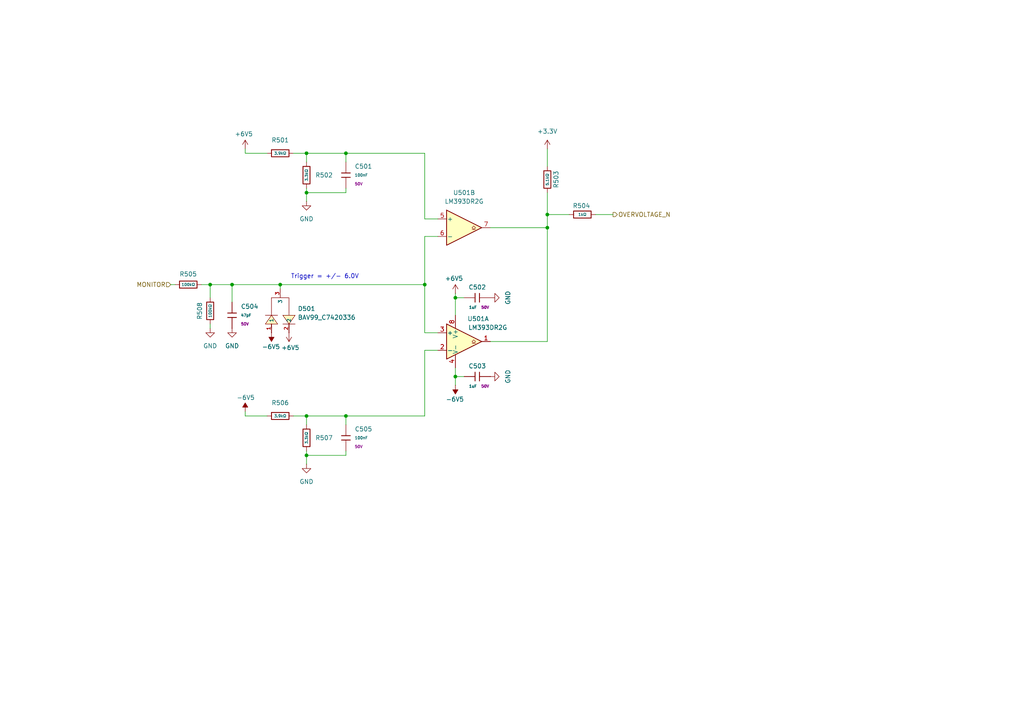
<source format=kicad_sch>
(kicad_sch
	(version 20250114)
	(generator "eeschema")
	(generator_version "9.0")
	(uuid "8642d66d-4a9d-4681-9f28-0029614564aa")
	(paper "A4")
	(title_block
		(title "AWG for DHO8/900")
		(date "2025-06-07")
		(rev "V2")
		(company "M. Zimmermann")
	)
	(lib_symbols
		(symbol "Comparator:LM393"
			(pin_names
				(offset 0.127)
			)
			(exclude_from_sim no)
			(in_bom yes)
			(on_board yes)
			(property "Reference" "U"
				(at 3.81 3.81 0)
				(effects
					(font
						(size 1.27 1.27)
					)
				)
			)
			(property "Value" "LM393"
				(at 6.35 -3.81 0)
				(effects
					(font
						(size 1.27 1.27)
					)
				)
			)
			(property "Footprint" ""
				(at 0 0 0)
				(effects
					(font
						(size 1.27 1.27)
					)
					(hide yes)
				)
			)
			(property "Datasheet" "http://www.ti.com/lit/ds/symlink/lm393.pdf"
				(at 0 0 0)
				(effects
					(font
						(size 1.27 1.27)
					)
					(hide yes)
				)
			)
			(property "Description" "Low-Power, Low-Offset Voltage, Dual Comparators, DIP-8/SOIC-8/TO-99-8"
				(at 0 0 0)
				(effects
					(font
						(size 1.27 1.27)
					)
					(hide yes)
				)
			)
			(property "ki_locked" ""
				(at 0 0 0)
				(effects
					(font
						(size 1.27 1.27)
					)
				)
			)
			(property "ki_keywords" "cmp open collector"
				(at 0 0 0)
				(effects
					(font
						(size 1.27 1.27)
					)
					(hide yes)
				)
			)
			(property "ki_fp_filters" "SOIC*3.9x4.9mm*P1.27mm* DIP*W7.62mm* SOP*5.28x5.23mm*P1.27mm* VSSOP*3x3mm*P0.65mm* TSSOP*4.4x3mm*P0.65mm*"
				(at 0 0 0)
				(effects
					(font
						(size 1.27 1.27)
					)
					(hide yes)
				)
			)
			(symbol "LM393_1_1"
				(polyline
					(pts
						(xy -5.08 5.08) (xy 5.08 0) (xy -5.08 -5.08) (xy -5.08 5.08)
					)
					(stroke
						(width 0.254)
						(type default)
					)
					(fill
						(type background)
					)
				)
				(polyline
					(pts
						(xy 3.302 -0.508) (xy 2.794 -0.508) (xy 3.302 0) (xy 2.794 0.508) (xy 2.286 0) (xy 2.794 -0.508)
						(xy 2.286 -0.508)
					)
					(stroke
						(width 0.127)
						(type default)
					)
					(fill
						(type none)
					)
				)
				(pin input line
					(at -7.62 2.54 0)
					(length 2.54)
					(name "+"
						(effects
							(font
								(size 1.27 1.27)
							)
						)
					)
					(number "3"
						(effects
							(font
								(size 1.27 1.27)
							)
						)
					)
				)
				(pin input line
					(at -7.62 -2.54 0)
					(length 2.54)
					(name "-"
						(effects
							(font
								(size 1.27 1.27)
							)
						)
					)
					(number "2"
						(effects
							(font
								(size 1.27 1.27)
							)
						)
					)
				)
				(pin open_collector line
					(at 7.62 0 180)
					(length 2.54)
					(name "~"
						(effects
							(font
								(size 1.27 1.27)
							)
						)
					)
					(number "1"
						(effects
							(font
								(size 1.27 1.27)
							)
						)
					)
				)
			)
			(symbol "LM393_2_1"
				(polyline
					(pts
						(xy -5.08 5.08) (xy 5.08 0) (xy -5.08 -5.08) (xy -5.08 5.08)
					)
					(stroke
						(width 0.254)
						(type default)
					)
					(fill
						(type background)
					)
				)
				(polyline
					(pts
						(xy 3.302 -0.508) (xy 2.794 -0.508) (xy 3.302 0) (xy 2.794 0.508) (xy 2.286 0) (xy 2.794 -0.508)
						(xy 2.286 -0.508)
					)
					(stroke
						(width 0.127)
						(type default)
					)
					(fill
						(type none)
					)
				)
				(pin input line
					(at -7.62 2.54 0)
					(length 2.54)
					(name "+"
						(effects
							(font
								(size 1.27 1.27)
							)
						)
					)
					(number "5"
						(effects
							(font
								(size 1.27 1.27)
							)
						)
					)
				)
				(pin input line
					(at -7.62 -2.54 0)
					(length 2.54)
					(name "-"
						(effects
							(font
								(size 1.27 1.27)
							)
						)
					)
					(number "6"
						(effects
							(font
								(size 1.27 1.27)
							)
						)
					)
				)
				(pin open_collector line
					(at 7.62 0 180)
					(length 2.54)
					(name "~"
						(effects
							(font
								(size 1.27 1.27)
							)
						)
					)
					(number "7"
						(effects
							(font
								(size 1.27 1.27)
							)
						)
					)
				)
			)
			(symbol "LM393_3_1"
				(pin power_in line
					(at -2.54 7.62 270)
					(length 3.81)
					(name "V+"
						(effects
							(font
								(size 1.27 1.27)
							)
						)
					)
					(number "8"
						(effects
							(font
								(size 1.27 1.27)
							)
						)
					)
				)
				(pin power_in line
					(at -2.54 -7.62 90)
					(length 3.81)
					(name "V-"
						(effects
							(font
								(size 1.27 1.27)
							)
						)
					)
					(number "4"
						(effects
							(font
								(size 1.27 1.27)
							)
						)
					)
				)
			)
			(embedded_fonts no)
		)
		(symbol "PCM_JLCPCB-Capacitors:0603,100nF"
			(pin_numbers
				(hide yes)
			)
			(pin_names
				(offset 0)
			)
			(exclude_from_sim no)
			(in_bom yes)
			(on_board yes)
			(property "Reference" "C"
				(at 2.032 1.668 0)
				(effects
					(font
						(size 1.27 1.27)
					)
					(justify left)
				)
			)
			(property "Value" "100nF"
				(at 2.032 -0.3782 0)
				(effects
					(font
						(size 0.8 0.8)
					)
					(justify left)
				)
			)
			(property "Footprint" "PCM_JLCPCB:C_0603"
				(at -1.778 0 90)
				(effects
					(font
						(size 1.27 1.27)
					)
					(hide yes)
				)
			)
			(property "Datasheet" "https://www.lcsc.com/datasheet/lcsc_datasheet_2211101700_YAGEO-CC0603KRX7R9BB104_C14663.pdf"
				(at 0 0 0)
				(effects
					(font
						(size 1.27 1.27)
					)
					(hide yes)
				)
			)
			(property "Description" "50V 100nF X7R ±10% 0603 Multilayer Ceramic Capacitors MLCC - SMD/SMT ROHS"
				(at 0 0 0)
				(effects
					(font
						(size 1.27 1.27)
					)
					(hide yes)
				)
			)
			(property "LCSC" "C14663"
				(at 0 0 0)
				(effects
					(font
						(size 1.27 1.27)
					)
					(hide yes)
				)
			)
			(property "Stock" "53144328"
				(at 0 0 0)
				(effects
					(font
						(size 1.27 1.27)
					)
					(hide yes)
				)
			)
			(property "Price" "0.006USD"
				(at 0 0 0)
				(effects
					(font
						(size 1.27 1.27)
					)
					(hide yes)
				)
			)
			(property "Process" "SMT"
				(at 0 0 0)
				(effects
					(font
						(size 1.27 1.27)
					)
					(hide yes)
				)
			)
			(property "Minimum Qty" "20"
				(at 0 0 0)
				(effects
					(font
						(size 1.27 1.27)
					)
					(hide yes)
				)
			)
			(property "Attrition Qty" "6"
				(at 0 0 0)
				(effects
					(font
						(size 1.27 1.27)
					)
					(hide yes)
				)
			)
			(property "Class" "Basic Component"
				(at 0 0 0)
				(effects
					(font
						(size 1.27 1.27)
					)
					(hide yes)
				)
			)
			(property "Category" "Capacitors,Multilayer Ceramic Capacitors MLCC - SMD/SMT"
				(at 0 0 0)
				(effects
					(font
						(size 1.27 1.27)
					)
					(hide yes)
				)
			)
			(property "Manufacturer" "YAGEO"
				(at 0 0 0)
				(effects
					(font
						(size 1.27 1.27)
					)
					(hide yes)
				)
			)
			(property "Part" "CC0603KRX7R9BB104"
				(at 0 0 0)
				(effects
					(font
						(size 1.27 1.27)
					)
					(hide yes)
				)
			)
			(property "Voltage Rated" "50V"
				(at 2.032 -2.0462 0)
				(effects
					(font
						(size 0.8 0.8)
					)
					(justify left)
				)
			)
			(property "Tolerance" "±10%"
				(at 0 0 0)
				(effects
					(font
						(size 1.27 1.27)
					)
					(hide yes)
				)
			)
			(property "Capacitance" "100nF"
				(at 0 0 0)
				(effects
					(font
						(size 1.27 1.27)
					)
					(hide yes)
				)
			)
			(property "Temperature Coefficient" "X7R"
				(at 0 0 0)
				(effects
					(font
						(size 1.27 1.27)
					)
					(hide yes)
				)
			)
			(property "ki_fp_filters" "C_*"
				(at 0 0 0)
				(effects
					(font
						(size 1.27 1.27)
					)
					(hide yes)
				)
			)
			(symbol "0603,100nF_0_1"
				(polyline
					(pts
						(xy -1.27 0.635) (xy 1.27 0.635)
					)
					(stroke
						(width 0.254)
						(type default)
					)
					(fill
						(type none)
					)
				)
				(polyline
					(pts
						(xy -1.27 -0.635) (xy 1.27 -0.635)
					)
					(stroke
						(width 0.254)
						(type default)
					)
					(fill
						(type none)
					)
				)
			)
			(symbol "0603,100nF_1_1"
				(pin passive line
					(at 0 3.81 270)
					(length 3.175)
					(name "~"
						(effects
							(font
								(size 1.27 1.27)
							)
						)
					)
					(number "1"
						(effects
							(font
								(size 1.27 1.27)
							)
						)
					)
				)
				(pin passive line
					(at 0 -3.81 90)
					(length 3.175)
					(name "~"
						(effects
							(font
								(size 1.27 1.27)
							)
						)
					)
					(number "2"
						(effects
							(font
								(size 1.27 1.27)
							)
						)
					)
				)
			)
			(embedded_fonts no)
		)
		(symbol "PCM_JLCPCB-Capacitors:0603,1uF"
			(pin_numbers
				(hide yes)
			)
			(pin_names
				(offset 0)
			)
			(exclude_from_sim no)
			(in_bom yes)
			(on_board yes)
			(property "Reference" "C"
				(at 2.032 1.668 0)
				(effects
					(font
						(size 1.27 1.27)
					)
					(justify left)
				)
			)
			(property "Value" "1uF"
				(at 2.032 -0.3782 0)
				(effects
					(font
						(size 0.8 0.8)
					)
					(justify left)
				)
			)
			(property "Footprint" "PCM_JLCPCB:C_0603"
				(at -1.778 0 90)
				(effects
					(font
						(size 1.27 1.27)
					)
					(hide yes)
				)
			)
			(property "Datasheet" "https://www.lcsc.com/datasheet/lcsc_datasheet_2304140030_Samsung-Electro-Mechanics-CL10A105KB8NNNC_C15849.pdf"
				(at 0 0 0)
				(effects
					(font
						(size 1.27 1.27)
					)
					(hide yes)
				)
			)
			(property "Description" "50V 1uF X5R ±10% 0603 Multilayer Ceramic Capacitors MLCC - SMD/SMT ROHS"
				(at 0 0 0)
				(effects
					(font
						(size 1.27 1.27)
					)
					(hide yes)
				)
			)
			(property "LCSC" "C15849"
				(at 0 0 0)
				(effects
					(font
						(size 1.27 1.27)
					)
					(hide yes)
				)
			)
			(property "Stock" "12890718"
				(at 0 0 0)
				(effects
					(font
						(size 1.27 1.27)
					)
					(hide yes)
				)
			)
			(property "Price" "0.008USD"
				(at 0 0 0)
				(effects
					(font
						(size 1.27 1.27)
					)
					(hide yes)
				)
			)
			(property "Process" "SMT"
				(at 0 0 0)
				(effects
					(font
						(size 1.27 1.27)
					)
					(hide yes)
				)
			)
			(property "Minimum Qty" "20"
				(at 0 0 0)
				(effects
					(font
						(size 1.27 1.27)
					)
					(hide yes)
				)
			)
			(property "Attrition Qty" "10"
				(at 0 0 0)
				(effects
					(font
						(size 1.27 1.27)
					)
					(hide yes)
				)
			)
			(property "Class" "Basic Component"
				(at 0 0 0)
				(effects
					(font
						(size 1.27 1.27)
					)
					(hide yes)
				)
			)
			(property "Category" "Capacitors,Multilayer Ceramic Capacitors MLCC - SMD/SMT"
				(at 0 0 0)
				(effects
					(font
						(size 1.27 1.27)
					)
					(hide yes)
				)
			)
			(property "Manufacturer" "Samsung Electro-Mechanics"
				(at 0 0 0)
				(effects
					(font
						(size 1.27 1.27)
					)
					(hide yes)
				)
			)
			(property "Part" "CL10A105KB8NNNC"
				(at 0 0 0)
				(effects
					(font
						(size 1.27 1.27)
					)
					(hide yes)
				)
			)
			(property "Voltage Rated" "50V"
				(at 2.032 -2.0462 0)
				(effects
					(font
						(size 0.8 0.8)
					)
					(justify left)
				)
			)
			(property "Tolerance" "±10%"
				(at 0 0 0)
				(effects
					(font
						(size 1.27 1.27)
					)
					(hide yes)
				)
			)
			(property "Capacitance" "1uF"
				(at 0 0 0)
				(effects
					(font
						(size 1.27 1.27)
					)
					(hide yes)
				)
			)
			(property "Temperature Coefficient" "X5R"
				(at 0 0 0)
				(effects
					(font
						(size 1.27 1.27)
					)
					(hide yes)
				)
			)
			(property "ki_fp_filters" "C_*"
				(at 0 0 0)
				(effects
					(font
						(size 1.27 1.27)
					)
					(hide yes)
				)
			)
			(symbol "0603,1uF_0_1"
				(polyline
					(pts
						(xy -1.27 0.635) (xy 1.27 0.635)
					)
					(stroke
						(width 0.254)
						(type default)
					)
					(fill
						(type none)
					)
				)
				(polyline
					(pts
						(xy -1.27 -0.635) (xy 1.27 -0.635)
					)
					(stroke
						(width 0.254)
						(type default)
					)
					(fill
						(type none)
					)
				)
			)
			(symbol "0603,1uF_1_1"
				(pin passive line
					(at 0 3.81 270)
					(length 3.175)
					(name "~"
						(effects
							(font
								(size 1.27 1.27)
							)
						)
					)
					(number "1"
						(effects
							(font
								(size 1.27 1.27)
							)
						)
					)
				)
				(pin passive line
					(at 0 -3.81 90)
					(length 3.175)
					(name "~"
						(effects
							(font
								(size 1.27 1.27)
							)
						)
					)
					(number "2"
						(effects
							(font
								(size 1.27 1.27)
							)
						)
					)
				)
			)
			(embedded_fonts no)
		)
		(symbol "PCM_JLCPCB-Capacitors:0603,47pF"
			(pin_numbers
				(hide yes)
			)
			(pin_names
				(offset 0)
			)
			(exclude_from_sim no)
			(in_bom yes)
			(on_board yes)
			(property "Reference" "C"
				(at 2.032 1.668 0)
				(effects
					(font
						(size 1.27 1.27)
					)
					(justify left)
				)
			)
			(property "Value" "47pF"
				(at 2.032 -0.3782 0)
				(effects
					(font
						(size 0.8 0.8)
					)
					(justify left)
				)
			)
			(property "Footprint" "PCM_JLCPCB:C_0603"
				(at -1.778 0 90)
				(effects
					(font
						(size 1.27 1.27)
					)
					(hide yes)
				)
			)
			(property "Datasheet" "https://www.lcsc.com/datasheet/lcsc_datasheet_2304140030_Samsung-Electro-Mechanics-CL10C470JB8NNNC_C1671.pdf"
				(at 0 0 0)
				(effects
					(font
						(size 1.27 1.27)
					)
					(hide yes)
				)
			)
			(property "Description" "50V 47pF C0G ±5% 0603 Multilayer Ceramic Capacitors MLCC - SMD/SMT ROHS"
				(at 0 0 0)
				(effects
					(font
						(size 1.27 1.27)
					)
					(hide yes)
				)
			)
			(property "LCSC" "C1671"
				(at 0 0 0)
				(effects
					(font
						(size 1.27 1.27)
					)
					(hide yes)
				)
			)
			(property "Stock" "428817"
				(at 0 0 0)
				(effects
					(font
						(size 1.27 1.27)
					)
					(hide yes)
				)
			)
			(property "Price" "0.008USD"
				(at 0 0 0)
				(effects
					(font
						(size 1.27 1.27)
					)
					(hide yes)
				)
			)
			(property "Process" "SMT"
				(at 0 0 0)
				(effects
					(font
						(size 1.27 1.27)
					)
					(hide yes)
				)
			)
			(property "Minimum Qty" "20"
				(at 0 0 0)
				(effects
					(font
						(size 1.27 1.27)
					)
					(hide yes)
				)
			)
			(property "Attrition Qty" "10"
				(at 0 0 0)
				(effects
					(font
						(size 1.27 1.27)
					)
					(hide yes)
				)
			)
			(property "Class" "Basic Component"
				(at 0 0 0)
				(effects
					(font
						(size 1.27 1.27)
					)
					(hide yes)
				)
			)
			(property "Category" "Capacitors,Multilayer Ceramic Capacitors MLCC - SMD/SMT"
				(at 0 0 0)
				(effects
					(font
						(size 1.27 1.27)
					)
					(hide yes)
				)
			)
			(property "Manufacturer" "Samsung Electro-Mechanics"
				(at 0 0 0)
				(effects
					(font
						(size 1.27 1.27)
					)
					(hide yes)
				)
			)
			(property "Part" "CL10C470JB8NNNC"
				(at 0 0 0)
				(effects
					(font
						(size 1.27 1.27)
					)
					(hide yes)
				)
			)
			(property "Voltage Rated" "50V"
				(at 2.032 -2.0462 0)
				(effects
					(font
						(size 0.8 0.8)
					)
					(justify left)
				)
			)
			(property "Tolerance" "±5%"
				(at 0 0 0)
				(effects
					(font
						(size 1.27 1.27)
					)
					(hide yes)
				)
			)
			(property "Capacitance" "47pF"
				(at 0 0 0)
				(effects
					(font
						(size 1.27 1.27)
					)
					(hide yes)
				)
			)
			(property "Temperature Coefficient" "C0G"
				(at 0 0 0)
				(effects
					(font
						(size 1.27 1.27)
					)
					(hide yes)
				)
			)
			(property "ki_fp_filters" "C_*"
				(at 0 0 0)
				(effects
					(font
						(size 1.27 1.27)
					)
					(hide yes)
				)
			)
			(symbol "0603,47pF_0_1"
				(polyline
					(pts
						(xy -1.27 0.635) (xy 1.27 0.635)
					)
					(stroke
						(width 0.254)
						(type default)
					)
					(fill
						(type none)
					)
				)
				(polyline
					(pts
						(xy -1.27 -0.635) (xy 1.27 -0.635)
					)
					(stroke
						(width 0.254)
						(type default)
					)
					(fill
						(type none)
					)
				)
			)
			(symbol "0603,47pF_1_1"
				(pin passive line
					(at 0 3.81 270)
					(length 3.175)
					(name "~"
						(effects
							(font
								(size 1.27 1.27)
							)
						)
					)
					(number "1"
						(effects
							(font
								(size 1.27 1.27)
							)
						)
					)
				)
				(pin passive line
					(at 0 -3.81 90)
					(length 3.175)
					(name "~"
						(effects
							(font
								(size 1.27 1.27)
							)
						)
					)
					(number "2"
						(effects
							(font
								(size 1.27 1.27)
							)
						)
					)
				)
			)
			(embedded_fonts no)
		)
		(symbol "PCM_JLCPCB-Diode-Packages:Switching, BAV99_C7420336"
			(exclude_from_sim no)
			(in_bom yes)
			(on_board yes)
			(property "Reference" "D"
				(at 0 1.27 0)
				(effects
					(font
						(size 1.27 1.27)
					)
				)
			)
			(property "Value" "BAV99_C7420336"
				(at 0 -0.762 0)
				(effects
					(font
						(size 1.27 1.27)
					)
				)
			)
			(property "Footprint" "PCM_JLCPCB:SOT-23-3_L2.9-W1.3-P1.90-LS2.4-BR"
				(at 0 -10.16 0)
				(effects
					(font
						(size 1.27 1.27)
						(italic yes)
					)
					(hide yes)
				)
			)
			(property "Datasheet" "https://wmsc.lcsc.com/wmsc/upload/file/pdf/v2/lcsc/2404031008_hongjiacheng-BAV99_C7420336.pdf"
				(at -2.286 0.127 0)
				(effects
					(font
						(size 1.27 1.27)
					)
					(justify left)
					(hide yes)
				)
			)
			(property "Description" "70V 1 pair in series 1.25V@150mA 4ns 200mA SOT-23 Switching Diodes ROHS"
				(at 0 0 0)
				(effects
					(font
						(size 1.27 1.27)
					)
					(hide yes)
				)
			)
			(property "LCSC" "C7420336"
				(at 0 0 0)
				(effects
					(font
						(size 1.27 1.27)
					)
					(hide yes)
				)
			)
			(property "Stock" "380625"
				(at 0 0 0)
				(effects
					(font
						(size 1.27 1.27)
					)
					(hide yes)
				)
			)
			(property "Price" "0.014USD"
				(at 0 0 0)
				(effects
					(font
						(size 1.27 1.27)
					)
					(hide yes)
				)
			)
			(property "Process" "SMT"
				(at 0 0 0)
				(effects
					(font
						(size 1.27 1.27)
					)
					(hide yes)
				)
			)
			(property "Minimum Qty" "10"
				(at 0 0 0)
				(effects
					(font
						(size 1.27 1.27)
					)
					(hide yes)
				)
			)
			(property "Attrition Qty" "5"
				(at 0 0 0)
				(effects
					(font
						(size 1.27 1.27)
					)
					(hide yes)
				)
			)
			(property "Class" "Preferred Component"
				(at 0 0 0)
				(effects
					(font
						(size 1.27 1.27)
					)
					(hide yes)
				)
			)
			(property "Category" "Diodes,Switching Diode"
				(at 0 0 0)
				(effects
					(font
						(size 1.27 1.27)
					)
					(hide yes)
				)
			)
			(property "Manufacturer" "hongjiacheng"
				(at 0 0 0)
				(effects
					(font
						(size 1.27 1.27)
					)
					(hide yes)
				)
			)
			(property "Part" "BAV99"
				(at 0 0 0)
				(effects
					(font
						(size 1.27 1.27)
					)
					(hide yes)
				)
			)
			(property "Reverse Leakage Current" "2.5uA@75V"
				(at 0 0 0)
				(effects
					(font
						(size 1.27 1.27)
					)
					(hide yes)
				)
			)
			(property "Diode Configuration" "Dual"
				(at 0 0 0)
				(effects
					(font
						(size 1.27 1.27)
					)
					(hide yes)
				)
			)
			(property "Average Rectified Current (Io)" "200mA"
				(at 0 0 0)
				(effects
					(font
						(size 1.27 1.27)
					)
					(hide yes)
				)
			)
			(property "Reverse Recovery Time (Trr)" "4ns"
				(at 0 0 0)
				(effects
					(font
						(size 1.27 1.27)
					)
					(hide yes)
				)
			)
			(property "Reverse Voltage (Vr)" "100V"
				(at 0 0 0)
				(effects
					(font
						(size 1.27 1.27)
					)
					(hide yes)
				)
			)
			(property "Forward Voltage (Vf@If)" "1.25V@150mA"
				(at 0 0 0)
				(effects
					(font
						(size 1.27 1.27)
					)
					(hide yes)
				)
			)
			(property "Power Dissipation" "225mW"
				(at 0 0 0)
				(effects
					(font
						(size 1.27 1.27)
					)
					(hide yes)
				)
			)
			(property "Operating Temperature" "-55°C~+150°C"
				(at 0 0 0)
				(effects
					(font
						(size 1.27 1.27)
					)
					(hide yes)
				)
			)
			(property "ki_keywords" "C7420336"
				(at 0 0 0)
				(effects
					(font
						(size 1.27 1.27)
					)
					(hide yes)
				)
			)
			(symbol "Switching, BAV99_C7420336_0_1"
				(polyline
					(pts
						(xy 0 2.54) (xy -5.08 2.54) (xy -5.08 -2.54) (xy -5.08 2.54)
					)
					(stroke
						(width 0)
						(type default)
					)
					(fill
						(type none)
					)
				)
				(polyline
					(pts
						(xy 0 0.762) (xy 2.54 2.54) (xy 0 4.318) (xy 0 0.762)
					)
					(stroke
						(width 0)
						(type default)
					)
					(fill
						(type background)
					)
				)
				(polyline
					(pts
						(xy 0 -0.762) (xy 0 -4.318)
					)
					(stroke
						(width 0)
						(type default)
					)
					(fill
						(type none)
					)
				)
				(polyline
					(pts
						(xy 0 -2.54) (xy -5.08 -2.54)
					)
					(stroke
						(width 0)
						(type default)
					)
					(fill
						(type none)
					)
				)
				(polyline
					(pts
						(xy 2.54 0.762) (xy 2.54 4.318)
					)
					(stroke
						(width 0)
						(type default)
					)
					(fill
						(type none)
					)
				)
				(polyline
					(pts
						(xy 2.54 -0.762) (xy 0 -2.54) (xy 2.54 -4.318) (xy 2.54 -0.762)
					)
					(stroke
						(width 0)
						(type default)
					)
					(fill
						(type background)
					)
				)
				(polyline
					(pts
						(xy 3.81 2.54) (xy 2.54 2.54)
					)
					(stroke
						(width 0)
						(type default)
					)
					(fill
						(type none)
					)
				)
				(polyline
					(pts
						(xy 3.81 -2.54) (xy 2.54 -2.54)
					)
					(stroke
						(width 0)
						(type default)
					)
					(fill
						(type none)
					)
				)
				(pin unspecified line
					(at -7.62 0 0)
					(length 2.54)
					(name "3"
						(effects
							(font
								(size 1 1)
							)
						)
					)
					(number "3"
						(effects
							(font
								(size 1 1)
							)
						)
					)
				)
				(pin unspecified line
					(at 5.08 2.54 180)
					(length 2.54)
					(name "2"
						(effects
							(font
								(size 1 1)
							)
						)
					)
					(number "2"
						(effects
							(font
								(size 1 1)
							)
						)
					)
				)
				(pin unspecified line
					(at 5.08 -2.54 180)
					(length 2.54)
					(name "1"
						(effects
							(font
								(size 1 1)
							)
						)
					)
					(number "1"
						(effects
							(font
								(size 1 1)
							)
						)
					)
				)
			)
			(embedded_fonts no)
		)
		(symbol "PCM_JLCPCB-Resistors:0603,100kΩ"
			(pin_numbers
				(hide yes)
			)
			(pin_names
				(offset 0)
			)
			(exclude_from_sim no)
			(in_bom yes)
			(on_board yes)
			(property "Reference" "R"
				(at 1.778 0 0)
				(effects
					(font
						(size 1.27 1.27)
					)
					(justify left)
				)
			)
			(property "Value" "100kΩ"
				(at 0 0 90)
				(do_not_autoplace)
				(effects
					(font
						(size 0.8 0.8)
					)
				)
			)
			(property "Footprint" "PCM_JLCPCB:R_0603"
				(at -1.778 0 90)
				(effects
					(font
						(size 1.27 1.27)
					)
					(hide yes)
				)
			)
			(property "Datasheet" "https://www.lcsc.com/datasheet/lcsc_datasheet_2206010045_UNI-ROYAL-Uniroyal-Elec-0603WAF1003T5E_C25803.pdf"
				(at 0 0 0)
				(effects
					(font
						(size 1.27 1.27)
					)
					(hide yes)
				)
			)
			(property "Description" "100mW Thick Film Resistors 75V ±100ppm/°C ±1% 100kΩ 0603 Chip Resistor - Surface Mount ROHS"
				(at 0 0 0)
				(effects
					(font
						(size 1.27 1.27)
					)
					(hide yes)
				)
			)
			(property "LCSC" "C25803"
				(at 0 0 0)
				(effects
					(font
						(size 1.27 1.27)
					)
					(hide yes)
				)
			)
			(property "Stock" "6909303"
				(at 0 0 0)
				(effects
					(font
						(size 1.27 1.27)
					)
					(hide yes)
				)
			)
			(property "Price" "0.004USD"
				(at 0 0 0)
				(effects
					(font
						(size 1.27 1.27)
					)
					(hide yes)
				)
			)
			(property "Process" "SMT"
				(at 0 0 0)
				(effects
					(font
						(size 1.27 1.27)
					)
					(hide yes)
				)
			)
			(property "Minimum Qty" "20"
				(at 0 0 0)
				(effects
					(font
						(size 1.27 1.27)
					)
					(hide yes)
				)
			)
			(property "Attrition Qty" "10"
				(at 0 0 0)
				(effects
					(font
						(size 1.27 1.27)
					)
					(hide yes)
				)
			)
			(property "Class" "Basic Component"
				(at 0 0 0)
				(effects
					(font
						(size 1.27 1.27)
					)
					(hide yes)
				)
			)
			(property "Category" "Resistors,Chip Resistor - Surface Mount"
				(at 0 0 0)
				(effects
					(font
						(size 1.27 1.27)
					)
					(hide yes)
				)
			)
			(property "Manufacturer" "UNI-ROYAL(Uniroyal Elec)"
				(at 0 0 0)
				(effects
					(font
						(size 1.27 1.27)
					)
					(hide yes)
				)
			)
			(property "Part" "0603WAF1003T5E"
				(at 0 0 0)
				(effects
					(font
						(size 1.27 1.27)
					)
					(hide yes)
				)
			)
			(property "Resistance" "100kΩ"
				(at 0 0 0)
				(effects
					(font
						(size 1.27 1.27)
					)
					(hide yes)
				)
			)
			(property "Power(Watts)" "100mW"
				(at 0 0 0)
				(effects
					(font
						(size 1.27 1.27)
					)
					(hide yes)
				)
			)
			(property "Type" "Thick Film Resistors"
				(at 0 0 0)
				(effects
					(font
						(size 1.27 1.27)
					)
					(hide yes)
				)
			)
			(property "Overload Voltage (Max)" "75V"
				(at 0 0 0)
				(effects
					(font
						(size 1.27 1.27)
					)
					(hide yes)
				)
			)
			(property "Operating Temperature Range" "-55°C~+155°C"
				(at 0 0 0)
				(effects
					(font
						(size 1.27 1.27)
					)
					(hide yes)
				)
			)
			(property "Tolerance" "±1%"
				(at 0 0 0)
				(effects
					(font
						(size 1.27 1.27)
					)
					(hide yes)
				)
			)
			(property "Temperature Coefficient" "±100ppm/°C"
				(at 0 0 0)
				(effects
					(font
						(size 1.27 1.27)
					)
					(hide yes)
				)
			)
			(property "ki_fp_filters" "R_*"
				(at 0 0 0)
				(effects
					(font
						(size 1.27 1.27)
					)
					(hide yes)
				)
			)
			(symbol "0603,100kΩ_0_1"
				(rectangle
					(start -1.016 2.54)
					(end 1.016 -2.54)
					(stroke
						(width 0.254)
						(type default)
					)
					(fill
						(type none)
					)
				)
			)
			(symbol "0603,100kΩ_1_1"
				(pin passive line
					(at 0 3.81 270)
					(length 1.27)
					(name "~"
						(effects
							(font
								(size 1.27 1.27)
							)
						)
					)
					(number "1"
						(effects
							(font
								(size 1.27 1.27)
							)
						)
					)
				)
				(pin passive line
					(at 0 -3.81 90)
					(length 1.27)
					(name "~"
						(effects
							(font
								(size 1.27 1.27)
							)
						)
					)
					(number "2"
						(effects
							(font
								(size 1.27 1.27)
							)
						)
					)
				)
			)
			(embedded_fonts no)
		)
		(symbol "PCM_JLCPCB-Resistors:0603,1kΩ"
			(pin_numbers
				(hide yes)
			)
			(pin_names
				(offset 0)
			)
			(exclude_from_sim no)
			(in_bom yes)
			(on_board yes)
			(property "Reference" "R"
				(at 1.778 0 0)
				(effects
					(font
						(size 1.27 1.27)
					)
					(justify left)
				)
			)
			(property "Value" "1kΩ"
				(at 0 0 90)
				(do_not_autoplace)
				(effects
					(font
						(size 0.8 0.8)
					)
				)
			)
			(property "Footprint" "PCM_JLCPCB:R_0603"
				(at -1.778 0 90)
				(effects
					(font
						(size 1.27 1.27)
					)
					(hide yes)
				)
			)
			(property "Datasheet" "https://www.lcsc.com/datasheet/lcsc_datasheet_2206010130_UNI-ROYAL-Uniroyal-Elec-0603WAF1001T5E_C21190.pdf"
				(at 0 0 0)
				(effects
					(font
						(size 1.27 1.27)
					)
					(hide yes)
				)
			)
			(property "Description" "100mW Thick Film Resistors 75V ±100ppm/°C ±1% 1kΩ 0603 Chip Resistor - Surface Mount ROHS"
				(at 0 0 0)
				(effects
					(font
						(size 1.27 1.27)
					)
					(hide yes)
				)
			)
			(property "LCSC" "C21190"
				(at 0 0 0)
				(effects
					(font
						(size 1.27 1.27)
					)
					(hide yes)
				)
			)
			(property "Stock" "21315282"
				(at 0 0 0)
				(effects
					(font
						(size 1.27 1.27)
					)
					(hide yes)
				)
			)
			(property "Price" "0.004USD"
				(at 0 0 0)
				(effects
					(font
						(size 1.27 1.27)
					)
					(hide yes)
				)
			)
			(property "Process" "SMT"
				(at 0 0 0)
				(effects
					(font
						(size 1.27 1.27)
					)
					(hide yes)
				)
			)
			(property "Minimum Qty" "20"
				(at 0 0 0)
				(effects
					(font
						(size 1.27 1.27)
					)
					(hide yes)
				)
			)
			(property "Attrition Qty" "10"
				(at 0 0 0)
				(effects
					(font
						(size 1.27 1.27)
					)
					(hide yes)
				)
			)
			(property "Class" "Basic Component"
				(at 0 0 0)
				(effects
					(font
						(size 1.27 1.27)
					)
					(hide yes)
				)
			)
			(property "Category" "Resistors,Chip Resistor - Surface Mount"
				(at 0 0 0)
				(effects
					(font
						(size 1.27 1.27)
					)
					(hide yes)
				)
			)
			(property "Manufacturer" "UNI-ROYAL(Uniroyal Elec)"
				(at 0 0 0)
				(effects
					(font
						(size 1.27 1.27)
					)
					(hide yes)
				)
			)
			(property "Part" "0603WAF1001T5E"
				(at 0 0 0)
				(effects
					(font
						(size 1.27 1.27)
					)
					(hide yes)
				)
			)
			(property "Resistance" "1kΩ"
				(at 0 0 0)
				(effects
					(font
						(size 1.27 1.27)
					)
					(hide yes)
				)
			)
			(property "Power(Watts)" "100mW"
				(at 0 0 0)
				(effects
					(font
						(size 1.27 1.27)
					)
					(hide yes)
				)
			)
			(property "Type" "Thick Film Resistors"
				(at 0 0 0)
				(effects
					(font
						(size 1.27 1.27)
					)
					(hide yes)
				)
			)
			(property "Overload Voltage (Max)" "75V"
				(at 0 0 0)
				(effects
					(font
						(size 1.27 1.27)
					)
					(hide yes)
				)
			)
			(property "Operating Temperature Range" "-55°C~+155°C"
				(at 0 0 0)
				(effects
					(font
						(size 1.27 1.27)
					)
					(hide yes)
				)
			)
			(property "Tolerance" "±1%"
				(at 0 0 0)
				(effects
					(font
						(size 1.27 1.27)
					)
					(hide yes)
				)
			)
			(property "Temperature Coefficient" "±100ppm/°C"
				(at 0 0 0)
				(effects
					(font
						(size 1.27 1.27)
					)
					(hide yes)
				)
			)
			(property "ki_fp_filters" "R_*"
				(at 0 0 0)
				(effects
					(font
						(size 1.27 1.27)
					)
					(hide yes)
				)
			)
			(symbol "0603,1kΩ_0_1"
				(rectangle
					(start -1.016 2.54)
					(end 1.016 -2.54)
					(stroke
						(width 0.254)
						(type default)
					)
					(fill
						(type none)
					)
				)
			)
			(symbol "0603,1kΩ_1_1"
				(pin passive line
					(at 0 3.81 270)
					(length 1.27)
					(name "~"
						(effects
							(font
								(size 1.27 1.27)
							)
						)
					)
					(number "1"
						(effects
							(font
								(size 1.27 1.27)
							)
						)
					)
				)
				(pin passive line
					(at 0 -3.81 90)
					(length 1.27)
					(name "~"
						(effects
							(font
								(size 1.27 1.27)
							)
						)
					)
					(number "2"
						(effects
							(font
								(size 1.27 1.27)
							)
						)
					)
				)
			)
			(embedded_fonts no)
		)
		(symbol "PCM_JLCPCB-Resistors:0603,3.3kΩ"
			(pin_numbers
				(hide yes)
			)
			(pin_names
				(offset 0)
			)
			(exclude_from_sim no)
			(in_bom yes)
			(on_board yes)
			(property "Reference" "R"
				(at 1.778 0 0)
				(effects
					(font
						(size 1.27 1.27)
					)
					(justify left)
				)
			)
			(property "Value" "3.3kΩ"
				(at 0 0 90)
				(do_not_autoplace)
				(effects
					(font
						(size 0.8 0.8)
					)
				)
			)
			(property "Footprint" "PCM_JLCPCB:R_0603"
				(at -1.778 0 90)
				(effects
					(font
						(size 1.27 1.27)
					)
					(hide yes)
				)
			)
			(property "Datasheet" "https://www.lcsc.com/datasheet/lcsc_datasheet_2206010116_UNI-ROYAL-Uniroyal-Elec-0603WAF3301T5E_C22978.pdf"
				(at 0 0 0)
				(effects
					(font
						(size 1.27 1.27)
					)
					(hide yes)
				)
			)
			(property "Description" "100mW Thick Film Resistors 75V ±100ppm/°C ±1% 3.3kΩ 0603 Chip Resistor - Surface Mount ROHS"
				(at 0 0 0)
				(effects
					(font
						(size 1.27 1.27)
					)
					(hide yes)
				)
			)
			(property "LCSC" "C22978"
				(at 0 0 0)
				(effects
					(font
						(size 1.27 1.27)
					)
					(hide yes)
				)
			)
			(property "Stock" "2807881"
				(at 0 0 0)
				(effects
					(font
						(size 1.27 1.27)
					)
					(hide yes)
				)
			)
			(property "Price" "0.004USD"
				(at 0 0 0)
				(effects
					(font
						(size 1.27 1.27)
					)
					(hide yes)
				)
			)
			(property "Process" "SMT"
				(at 0 0 0)
				(effects
					(font
						(size 1.27 1.27)
					)
					(hide yes)
				)
			)
			(property "Minimum Qty" "20"
				(at 0 0 0)
				(effects
					(font
						(size 1.27 1.27)
					)
					(hide yes)
				)
			)
			(property "Attrition Qty" "10"
				(at 0 0 0)
				(effects
					(font
						(size 1.27 1.27)
					)
					(hide yes)
				)
			)
			(property "Class" "Basic Component"
				(at 0 0 0)
				(effects
					(font
						(size 1.27 1.27)
					)
					(hide yes)
				)
			)
			(property "Category" "Resistors,Chip Resistor - Surface Mount"
				(at 0 0 0)
				(effects
					(font
						(size 1.27 1.27)
					)
					(hide yes)
				)
			)
			(property "Manufacturer" "UNI-ROYAL(Uniroyal Elec)"
				(at 0 0 0)
				(effects
					(font
						(size 1.27 1.27)
					)
					(hide yes)
				)
			)
			(property "Part" "0603WAF3301T5E"
				(at 0 0 0)
				(effects
					(font
						(size 1.27 1.27)
					)
					(hide yes)
				)
			)
			(property "Resistance" "3.3kΩ"
				(at 0 0 0)
				(effects
					(font
						(size 1.27 1.27)
					)
					(hide yes)
				)
			)
			(property "Power(Watts)" "100mW"
				(at 0 0 0)
				(effects
					(font
						(size 1.27 1.27)
					)
					(hide yes)
				)
			)
			(property "Type" "Thick Film Resistors"
				(at 0 0 0)
				(effects
					(font
						(size 1.27 1.27)
					)
					(hide yes)
				)
			)
			(property "Overload Voltage (Max)" "75V"
				(at 0 0 0)
				(effects
					(font
						(size 1.27 1.27)
					)
					(hide yes)
				)
			)
			(property "Operating Temperature Range" "-55°C~+155°C"
				(at 0 0 0)
				(effects
					(font
						(size 1.27 1.27)
					)
					(hide yes)
				)
			)
			(property "Tolerance" "±1%"
				(at 0 0 0)
				(effects
					(font
						(size 1.27 1.27)
					)
					(hide yes)
				)
			)
			(property "Temperature Coefficient" "±100ppm/°C"
				(at 0 0 0)
				(effects
					(font
						(size 1.27 1.27)
					)
					(hide yes)
				)
			)
			(property "ki_fp_filters" "R_*"
				(at 0 0 0)
				(effects
					(font
						(size 1.27 1.27)
					)
					(hide yes)
				)
			)
			(symbol "0603,3.3kΩ_0_1"
				(rectangle
					(start -1.016 2.54)
					(end 1.016 -2.54)
					(stroke
						(width 0.254)
						(type default)
					)
					(fill
						(type none)
					)
				)
			)
			(symbol "0603,3.3kΩ_1_1"
				(pin passive line
					(at 0 3.81 270)
					(length 1.27)
					(name "~"
						(effects
							(font
								(size 1.27 1.27)
							)
						)
					)
					(number "1"
						(effects
							(font
								(size 1.27 1.27)
							)
						)
					)
				)
				(pin passive line
					(at 0 -3.81 90)
					(length 1.27)
					(name "~"
						(effects
							(font
								(size 1.27 1.27)
							)
						)
					)
					(number "2"
						(effects
							(font
								(size 1.27 1.27)
							)
						)
					)
				)
			)
			(embedded_fonts no)
		)
		(symbol "PCM_JLCPCB-Resistors:0603,3.9kΩ"
			(pin_numbers
				(hide yes)
			)
			(pin_names
				(offset 0)
			)
			(exclude_from_sim no)
			(in_bom yes)
			(on_board yes)
			(property "Reference" "R"
				(at 1.778 0 0)
				(effects
					(font
						(size 1.27 1.27)
					)
					(justify left)
				)
			)
			(property "Value" "3.9kΩ"
				(at 0 0 90)
				(do_not_autoplace)
				(effects
					(font
						(size 0.8 0.8)
					)
				)
			)
			(property "Footprint" "PCM_JLCPCB:R_0603"
				(at -1.778 0 90)
				(effects
					(font
						(size 1.27 1.27)
					)
					(hide yes)
				)
			)
			(property "Datasheet" "https://www.lcsc.com/datasheet/lcsc_datasheet_2206010116_UNI-ROYAL-Uniroyal-Elec-0603WAF3901T5E_C23018.pdf"
				(at 0 0 0)
				(effects
					(font
						(size 1.27 1.27)
					)
					(hide yes)
				)
			)
			(property "Description" "100mW Thick Film Resistors 75V ±100ppm/°C ±1% 3.9kΩ 0603 Chip Resistor - Surface Mount ROHS"
				(at 0 0 0)
				(effects
					(font
						(size 1.27 1.27)
					)
					(hide yes)
				)
			)
			(property "LCSC" "C23018"
				(at 0 0 0)
				(effects
					(font
						(size 1.27 1.27)
					)
					(hide yes)
				)
			)
			(property "Stock" "504014"
				(at 0 0 0)
				(effects
					(font
						(size 1.27 1.27)
					)
					(hide yes)
				)
			)
			(property "Price" "0.004USD"
				(at 0 0 0)
				(effects
					(font
						(size 1.27 1.27)
					)
					(hide yes)
				)
			)
			(property "Process" "SMT"
				(at 0 0 0)
				(effects
					(font
						(size 1.27 1.27)
					)
					(hide yes)
				)
			)
			(property "Minimum Qty" "20"
				(at 0 0 0)
				(effects
					(font
						(size 1.27 1.27)
					)
					(hide yes)
				)
			)
			(property "Attrition Qty" "10"
				(at 0 0 0)
				(effects
					(font
						(size 1.27 1.27)
					)
					(hide yes)
				)
			)
			(property "Class" "Basic Component"
				(at 0 0 0)
				(effects
					(font
						(size 1.27 1.27)
					)
					(hide yes)
				)
			)
			(property "Category" "Resistors,Chip Resistor - Surface Mount"
				(at 0 0 0)
				(effects
					(font
						(size 1.27 1.27)
					)
					(hide yes)
				)
			)
			(property "Manufacturer" "UNI-ROYAL(Uniroyal Elec)"
				(at 0 0 0)
				(effects
					(font
						(size 1.27 1.27)
					)
					(hide yes)
				)
			)
			(property "Part" "0603WAF3901T5E"
				(at 0 0 0)
				(effects
					(font
						(size 1.27 1.27)
					)
					(hide yes)
				)
			)
			(property "Resistance" "3.9kΩ"
				(at 0 0 0)
				(effects
					(font
						(size 1.27 1.27)
					)
					(hide yes)
				)
			)
			(property "Power(Watts)" "100mW"
				(at 0 0 0)
				(effects
					(font
						(size 1.27 1.27)
					)
					(hide yes)
				)
			)
			(property "Type" "Thick Film Resistors"
				(at 0 0 0)
				(effects
					(font
						(size 1.27 1.27)
					)
					(hide yes)
				)
			)
			(property "Overload Voltage (Max)" "75V"
				(at 0 0 0)
				(effects
					(font
						(size 1.27 1.27)
					)
					(hide yes)
				)
			)
			(property "Operating Temperature Range" "-55°C~+155°C"
				(at 0 0 0)
				(effects
					(font
						(size 1.27 1.27)
					)
					(hide yes)
				)
			)
			(property "Tolerance" "±1%"
				(at 0 0 0)
				(effects
					(font
						(size 1.27 1.27)
					)
					(hide yes)
				)
			)
			(property "Temperature Coefficient" "±100ppm/°C"
				(at 0 0 0)
				(effects
					(font
						(size 1.27 1.27)
					)
					(hide yes)
				)
			)
			(property "ki_fp_filters" "R_*"
				(at 0 0 0)
				(effects
					(font
						(size 1.27 1.27)
					)
					(hide yes)
				)
			)
			(symbol "0603,3.9kΩ_0_1"
				(rectangle
					(start -1.016 2.54)
					(end 1.016 -2.54)
					(stroke
						(width 0.254)
						(type default)
					)
					(fill
						(type none)
					)
				)
			)
			(symbol "0603,3.9kΩ_1_1"
				(pin passive line
					(at 0 3.81 270)
					(length 1.27)
					(name "~"
						(effects
							(font
								(size 1.27 1.27)
							)
						)
					)
					(number "1"
						(effects
							(font
								(size 1.27 1.27)
							)
						)
					)
				)
				(pin passive line
					(at 0 -3.81 90)
					(length 1.27)
					(name "~"
						(effects
							(font
								(size 1.27 1.27)
							)
						)
					)
					(number "2"
						(effects
							(font
								(size 1.27 1.27)
							)
						)
					)
				)
			)
			(embedded_fonts no)
		)
		(symbol "PCM_JLCPCB-Resistors:0603,5.1kΩ"
			(pin_numbers
				(hide yes)
			)
			(pin_names
				(offset 0)
			)
			(exclude_from_sim no)
			(in_bom yes)
			(on_board yes)
			(property "Reference" "R"
				(at 1.778 0 0)
				(effects
					(font
						(size 1.27 1.27)
					)
					(justify left)
				)
			)
			(property "Value" "5.1kΩ"
				(at 0 0 90)
				(do_not_autoplace)
				(effects
					(font
						(size 0.8 0.8)
					)
				)
			)
			(property "Footprint" "PCM_JLCPCB:R_0603"
				(at -1.778 0 90)
				(effects
					(font
						(size 1.27 1.27)
					)
					(hide yes)
				)
			)
			(property "Datasheet" "https://www.lcsc.com/datasheet/lcsc_datasheet_2206010116_UNI-ROYAL-Uniroyal-Elec-0603WAF5101T5E_C23186.pdf"
				(at 0 0 0)
				(effects
					(font
						(size 1.27 1.27)
					)
					(hide yes)
				)
			)
			(property "Description" "100mW Thick Film Resistors 75V ±100ppm/°C ±1% 5.1kΩ 0603 Chip Resistor - Surface Mount ROHS"
				(at 0 0 0)
				(effects
					(font
						(size 1.27 1.27)
					)
					(hide yes)
				)
			)
			(property "LCSC" "C23186"
				(at 0 0 0)
				(effects
					(font
						(size 1.27 1.27)
					)
					(hide yes)
				)
			)
			(property "Stock" "4910841"
				(at 0 0 0)
				(effects
					(font
						(size 1.27 1.27)
					)
					(hide yes)
				)
			)
			(property "Price" "0.004USD"
				(at 0 0 0)
				(effects
					(font
						(size 1.27 1.27)
					)
					(hide yes)
				)
			)
			(property "Process" "SMT"
				(at 0 0 0)
				(effects
					(font
						(size 1.27 1.27)
					)
					(hide yes)
				)
			)
			(property "Minimum Qty" "20"
				(at 0 0 0)
				(effects
					(font
						(size 1.27 1.27)
					)
					(hide yes)
				)
			)
			(property "Attrition Qty" "10"
				(at 0 0 0)
				(effects
					(font
						(size 1.27 1.27)
					)
					(hide yes)
				)
			)
			(property "Class" "Basic Component"
				(at 0 0 0)
				(effects
					(font
						(size 1.27 1.27)
					)
					(hide yes)
				)
			)
			(property "Category" "Resistors,Chip Resistor - Surface Mount"
				(at 0 0 0)
				(effects
					(font
						(size 1.27 1.27)
					)
					(hide yes)
				)
			)
			(property "Manufacturer" "UNI-ROYAL(Uniroyal Elec)"
				(at 0 0 0)
				(effects
					(font
						(size 1.27 1.27)
					)
					(hide yes)
				)
			)
			(property "Part" "0603WAF5101T5E"
				(at 0 0 0)
				(effects
					(font
						(size 1.27 1.27)
					)
					(hide yes)
				)
			)
			(property "Resistance" "5.1kΩ"
				(at 0 0 0)
				(effects
					(font
						(size 1.27 1.27)
					)
					(hide yes)
				)
			)
			(property "Power(Watts)" "100mW"
				(at 0 0 0)
				(effects
					(font
						(size 1.27 1.27)
					)
					(hide yes)
				)
			)
			(property "Type" "Thick Film Resistors"
				(at 0 0 0)
				(effects
					(font
						(size 1.27 1.27)
					)
					(hide yes)
				)
			)
			(property "Overload Voltage (Max)" "75V"
				(at 0 0 0)
				(effects
					(font
						(size 1.27 1.27)
					)
					(hide yes)
				)
			)
			(property "Operating Temperature Range" "-55°C~+155°C"
				(at 0 0 0)
				(effects
					(font
						(size 1.27 1.27)
					)
					(hide yes)
				)
			)
			(property "Tolerance" "±1%"
				(at 0 0 0)
				(effects
					(font
						(size 1.27 1.27)
					)
					(hide yes)
				)
			)
			(property "Temperature Coefficient" "±100ppm/°C"
				(at 0 0 0)
				(effects
					(font
						(size 1.27 1.27)
					)
					(hide yes)
				)
			)
			(property "ki_fp_filters" "R_*"
				(at 0 0 0)
				(effects
					(font
						(size 1.27 1.27)
					)
					(hide yes)
				)
			)
			(symbol "0603,5.1kΩ_0_1"
				(rectangle
					(start -1.016 2.54)
					(end 1.016 -2.54)
					(stroke
						(width 0.254)
						(type default)
					)
					(fill
						(type none)
					)
				)
			)
			(symbol "0603,5.1kΩ_1_1"
				(pin passive line
					(at 0 3.81 270)
					(length 1.27)
					(name "~"
						(effects
							(font
								(size 1.27 1.27)
							)
						)
					)
					(number "1"
						(effects
							(font
								(size 1.27 1.27)
							)
						)
					)
				)
				(pin passive line
					(at 0 -3.81 90)
					(length 1.27)
					(name "~"
						(effects
							(font
								(size 1.27 1.27)
							)
						)
					)
					(number "2"
						(effects
							(font
								(size 1.27 1.27)
							)
						)
					)
				)
			)
			(embedded_fonts no)
		)
		(symbol "power:+3.3V"
			(power)
			(pin_numbers
				(hide yes)
			)
			(pin_names
				(offset 0)
				(hide yes)
			)
			(exclude_from_sim no)
			(in_bom yes)
			(on_board yes)
			(property "Reference" "#PWR"
				(at 0 -3.81 0)
				(effects
					(font
						(size 1.27 1.27)
					)
					(hide yes)
				)
			)
			(property "Value" "+3.3V"
				(at 0 3.556 0)
				(effects
					(font
						(size 1.27 1.27)
					)
				)
			)
			(property "Footprint" ""
				(at 0 0 0)
				(effects
					(font
						(size 1.27 1.27)
					)
					(hide yes)
				)
			)
			(property "Datasheet" ""
				(at 0 0 0)
				(effects
					(font
						(size 1.27 1.27)
					)
					(hide yes)
				)
			)
			(property "Description" "Power symbol creates a global label with name \"+3.3V\""
				(at 0 0 0)
				(effects
					(font
						(size 1.27 1.27)
					)
					(hide yes)
				)
			)
			(property "ki_keywords" "global power"
				(at 0 0 0)
				(effects
					(font
						(size 1.27 1.27)
					)
					(hide yes)
				)
			)
			(symbol "+3.3V_0_1"
				(polyline
					(pts
						(xy -0.762 1.27) (xy 0 2.54)
					)
					(stroke
						(width 0)
						(type default)
					)
					(fill
						(type none)
					)
				)
				(polyline
					(pts
						(xy 0 2.54) (xy 0.762 1.27)
					)
					(stroke
						(width 0)
						(type default)
					)
					(fill
						(type none)
					)
				)
				(polyline
					(pts
						(xy 0 0) (xy 0 2.54)
					)
					(stroke
						(width 0)
						(type default)
					)
					(fill
						(type none)
					)
				)
			)
			(symbol "+3.3V_1_1"
				(pin power_in line
					(at 0 0 90)
					(length 0)
					(name "~"
						(effects
							(font
								(size 1.27 1.27)
							)
						)
					)
					(number "1"
						(effects
							(font
								(size 1.27 1.27)
							)
						)
					)
				)
			)
			(embedded_fonts no)
		)
		(symbol "power:+5V"
			(power)
			(pin_numbers
				(hide yes)
			)
			(pin_names
				(offset 0)
				(hide yes)
			)
			(exclude_from_sim no)
			(in_bom yes)
			(on_board yes)
			(property "Reference" "#PWR"
				(at 0 -3.81 0)
				(effects
					(font
						(size 1.27 1.27)
					)
					(hide yes)
				)
			)
			(property "Value" "+5V"
				(at 0 3.556 0)
				(effects
					(font
						(size 1.27 1.27)
					)
				)
			)
			(property "Footprint" ""
				(at 0 0 0)
				(effects
					(font
						(size 1.27 1.27)
					)
					(hide yes)
				)
			)
			(property "Datasheet" ""
				(at 0 0 0)
				(effects
					(font
						(size 1.27 1.27)
					)
					(hide yes)
				)
			)
			(property "Description" "Power symbol creates a global label with name \"+5V\""
				(at 0 0 0)
				(effects
					(font
						(size 1.27 1.27)
					)
					(hide yes)
				)
			)
			(property "ki_keywords" "global power"
				(at 0 0 0)
				(effects
					(font
						(size 1.27 1.27)
					)
					(hide yes)
				)
			)
			(symbol "+5V_0_1"
				(polyline
					(pts
						(xy -0.762 1.27) (xy 0 2.54)
					)
					(stroke
						(width 0)
						(type default)
					)
					(fill
						(type none)
					)
				)
				(polyline
					(pts
						(xy 0 2.54) (xy 0.762 1.27)
					)
					(stroke
						(width 0)
						(type default)
					)
					(fill
						(type none)
					)
				)
				(polyline
					(pts
						(xy 0 0) (xy 0 2.54)
					)
					(stroke
						(width 0)
						(type default)
					)
					(fill
						(type none)
					)
				)
			)
			(symbol "+5V_1_1"
				(pin power_in line
					(at 0 0 90)
					(length 0)
					(name "~"
						(effects
							(font
								(size 1.27 1.27)
							)
						)
					)
					(number "1"
						(effects
							(font
								(size 1.27 1.27)
							)
						)
					)
				)
			)
			(embedded_fonts no)
		)
		(symbol "power:-5V"
			(power)
			(pin_numbers
				(hide yes)
			)
			(pin_names
				(offset 0)
				(hide yes)
			)
			(exclude_from_sim no)
			(in_bom yes)
			(on_board yes)
			(property "Reference" "#PWR"
				(at 0 -3.81 0)
				(effects
					(font
						(size 1.27 1.27)
					)
					(hide yes)
				)
			)
			(property "Value" "-5V"
				(at 0 3.556 0)
				(effects
					(font
						(size 1.27 1.27)
					)
				)
			)
			(property "Footprint" ""
				(at 0 0 0)
				(effects
					(font
						(size 1.27 1.27)
					)
					(hide yes)
				)
			)
			(property "Datasheet" ""
				(at 0 0 0)
				(effects
					(font
						(size 1.27 1.27)
					)
					(hide yes)
				)
			)
			(property "Description" "Power symbol creates a global label with name \"-5V\""
				(at 0 0 0)
				(effects
					(font
						(size 1.27 1.27)
					)
					(hide yes)
				)
			)
			(property "ki_keywords" "global power"
				(at 0 0 0)
				(effects
					(font
						(size 1.27 1.27)
					)
					(hide yes)
				)
			)
			(symbol "-5V_0_0"
				(pin power_in line
					(at 0 0 90)
					(length 0)
					(name "~"
						(effects
							(font
								(size 1.27 1.27)
							)
						)
					)
					(number "1"
						(effects
							(font
								(size 1.27 1.27)
							)
						)
					)
				)
			)
			(symbol "-5V_0_1"
				(polyline
					(pts
						(xy 0 0) (xy 0 1.27) (xy 0.762 1.27) (xy 0 2.54) (xy -0.762 1.27) (xy 0 1.27)
					)
					(stroke
						(width 0)
						(type default)
					)
					(fill
						(type outline)
					)
				)
			)
			(embedded_fonts no)
		)
		(symbol "power:GND"
			(power)
			(pin_numbers
				(hide yes)
			)
			(pin_names
				(offset 0)
				(hide yes)
			)
			(exclude_from_sim no)
			(in_bom yes)
			(on_board yes)
			(property "Reference" "#PWR"
				(at 0 -6.35 0)
				(effects
					(font
						(size 1.27 1.27)
					)
					(hide yes)
				)
			)
			(property "Value" "GND"
				(at 0 -3.81 0)
				(effects
					(font
						(size 1.27 1.27)
					)
				)
			)
			(property "Footprint" ""
				(at 0 0 0)
				(effects
					(font
						(size 1.27 1.27)
					)
					(hide yes)
				)
			)
			(property "Datasheet" ""
				(at 0 0 0)
				(effects
					(font
						(size 1.27 1.27)
					)
					(hide yes)
				)
			)
			(property "Description" "Power symbol creates a global label with name \"GND\" , ground"
				(at 0 0 0)
				(effects
					(font
						(size 1.27 1.27)
					)
					(hide yes)
				)
			)
			(property "ki_keywords" "global power"
				(at 0 0 0)
				(effects
					(font
						(size 1.27 1.27)
					)
					(hide yes)
				)
			)
			(symbol "GND_0_1"
				(polyline
					(pts
						(xy 0 0) (xy 0 -1.27) (xy 1.27 -1.27) (xy 0 -2.54) (xy -1.27 -1.27) (xy 0 -1.27)
					)
					(stroke
						(width 0)
						(type default)
					)
					(fill
						(type none)
					)
				)
			)
			(symbol "GND_1_1"
				(pin power_in line
					(at 0 0 270)
					(length 0)
					(name "~"
						(effects
							(font
								(size 1.27 1.27)
							)
						)
					)
					(number "1"
						(effects
							(font
								(size 1.27 1.27)
							)
						)
					)
				)
			)
			(embedded_fonts no)
		)
	)
	(text "Trigger = +/- 6.0V"
		(exclude_from_sim no)
		(at 94.234 80.264 0)
		(effects
			(font
				(size 1.27 1.27)
			)
		)
		(uuid "3641a70e-9824-415d-bce4-d1cca75ad8c0")
	)
	(junction
		(at 88.9 44.45)
		(diameter 0)
		(color 0 0 0 0)
		(uuid "02788d2c-113f-429b-9a83-49a8aa030879")
	)
	(junction
		(at 123.19 82.55)
		(diameter 0)
		(color 0 0 0 0)
		(uuid "04b30724-20e6-4f48-b588-49db05cbcd24")
	)
	(junction
		(at 100.33 120.65)
		(diameter 0)
		(color 0 0 0 0)
		(uuid "3bca60be-3d67-4d1d-b100-14993800dea1")
	)
	(junction
		(at 88.9 120.65)
		(diameter 0)
		(color 0 0 0 0)
		(uuid "492b41cb-1ca4-45a1-9c47-83b20f1566c4")
	)
	(junction
		(at 88.9 132.08)
		(diameter 0)
		(color 0 0 0 0)
		(uuid "6b7d3d20-10f9-4e4d-b6c2-cef02f1e9b6e")
	)
	(junction
		(at 67.31 82.55)
		(diameter 0)
		(color 0 0 0 0)
		(uuid "74402e6e-21b1-4b12-b045-a919ab36360b")
	)
	(junction
		(at 132.08 86.36)
		(diameter 0)
		(color 0 0 0 0)
		(uuid "89f5cb33-22e2-497a-b429-9a05dfb2049a")
	)
	(junction
		(at 132.08 109.22)
		(diameter 0)
		(color 0 0 0 0)
		(uuid "9c9a2a8d-a892-42c1-a558-ee096315cea1")
	)
	(junction
		(at 158.75 62.23)
		(diameter 0)
		(color 0 0 0 0)
		(uuid "a592521c-a3e6-46c5-b03a-ee9daaf65a80")
	)
	(junction
		(at 60.96 82.55)
		(diameter 0)
		(color 0 0 0 0)
		(uuid "ceba2192-2b95-4ba6-abbe-8f45be3c8871")
	)
	(junction
		(at 100.33 44.45)
		(diameter 0)
		(color 0 0 0 0)
		(uuid "dfdf078e-b80c-4f27-ae4a-d2c96421d0d0")
	)
	(junction
		(at 81.28 82.55)
		(diameter 0)
		(color 0 0 0 0)
		(uuid "e6113bbe-3061-401f-98f5-d2387c59c8c0")
	)
	(junction
		(at 158.75 66.04)
		(diameter 0)
		(color 0 0 0 0)
		(uuid "ed09baaa-28ac-4f1f-92c1-d8c8bfd8c18d")
	)
	(junction
		(at 88.9 55.88)
		(diameter 0)
		(color 0 0 0 0)
		(uuid "f44e8a06-578d-4ee3-b41d-6cf4f828e57b")
	)
	(wire
		(pts
			(xy 67.31 82.55) (xy 67.31 87.63)
		)
		(stroke
			(width 0)
			(type default)
		)
		(uuid "0aa51d49-08b1-49ad-abfb-4a56090437b8")
	)
	(wire
		(pts
			(xy 88.9 132.08) (xy 100.33 132.08)
		)
		(stroke
			(width 0)
			(type default)
		)
		(uuid "0c465e37-d3bc-4f48-a035-a89226f44c5a")
	)
	(wire
		(pts
			(xy 71.12 119.38) (xy 71.12 120.65)
		)
		(stroke
			(width 0)
			(type default)
		)
		(uuid "10ae86a6-7713-4b17-858d-eec2611fd596")
	)
	(wire
		(pts
			(xy 58.42 82.55) (xy 60.96 82.55)
		)
		(stroke
			(width 0)
			(type default)
		)
		(uuid "15626cdd-9a0c-4108-9fea-5795ae3875ca")
	)
	(wire
		(pts
			(xy 88.9 120.65) (xy 88.9 123.19)
		)
		(stroke
			(width 0)
			(type default)
		)
		(uuid "16085316-6b30-41be-8cd1-8780236e13f8")
	)
	(wire
		(pts
			(xy 158.75 66.04) (xy 158.75 99.06)
		)
		(stroke
			(width 0)
			(type default)
		)
		(uuid "1654aef9-5068-45b0-972c-763bc04f0990")
	)
	(wire
		(pts
			(xy 100.33 120.65) (xy 100.33 123.19)
		)
		(stroke
			(width 0)
			(type default)
		)
		(uuid "1d065b8a-7e32-4d40-bb92-e727ba6ad4f2")
	)
	(wire
		(pts
			(xy 142.24 66.04) (xy 158.75 66.04)
		)
		(stroke
			(width 0)
			(type default)
		)
		(uuid "1e357474-831c-463e-91ef-4d2dee27eba3")
	)
	(wire
		(pts
			(xy 81.28 82.55) (xy 81.28 83.82)
		)
		(stroke
			(width 0)
			(type default)
		)
		(uuid "1ec1796e-94a3-44a0-a61a-f97a30ebf98f")
	)
	(wire
		(pts
			(xy 71.12 44.45) (xy 77.47 44.45)
		)
		(stroke
			(width 0)
			(type default)
		)
		(uuid "208d551a-0269-48c6-b9e2-be22f56c6792")
	)
	(wire
		(pts
			(xy 123.19 101.6) (xy 127 101.6)
		)
		(stroke
			(width 0)
			(type default)
		)
		(uuid "21b58397-1661-4452-98ca-c0986f4205fa")
	)
	(wire
		(pts
			(xy 88.9 130.81) (xy 88.9 132.08)
		)
		(stroke
			(width 0)
			(type default)
		)
		(uuid "2777cbfd-19e1-44b9-b893-e63f108bfd9c")
	)
	(wire
		(pts
			(xy 100.33 132.08) (xy 100.33 130.81)
		)
		(stroke
			(width 0)
			(type default)
		)
		(uuid "2a38a1d4-6da3-4680-b790-1939b61bd873")
	)
	(wire
		(pts
			(xy 158.75 55.88) (xy 158.75 62.23)
		)
		(stroke
			(width 0)
			(type default)
		)
		(uuid "2aa6fb98-0fa8-4ca9-a333-d3fbe5c7f153")
	)
	(wire
		(pts
			(xy 88.9 44.45) (xy 100.33 44.45)
		)
		(stroke
			(width 0)
			(type default)
		)
		(uuid "2ef3fffc-9fdf-48d8-9974-56b3633120c3")
	)
	(wire
		(pts
			(xy 81.28 82.55) (xy 123.19 82.55)
		)
		(stroke
			(width 0)
			(type default)
		)
		(uuid "30a29504-68d0-4745-b16e-76629ce7d127")
	)
	(wire
		(pts
			(xy 88.9 54.61) (xy 88.9 55.88)
		)
		(stroke
			(width 0)
			(type default)
		)
		(uuid "32420dbb-2773-469c-84dd-0e087112f41a")
	)
	(wire
		(pts
			(xy 158.75 62.23) (xy 165.1 62.23)
		)
		(stroke
			(width 0)
			(type default)
		)
		(uuid "3cd6caca-802a-4050-986d-7e0c2778dfcc")
	)
	(wire
		(pts
			(xy 132.08 109.22) (xy 134.62 109.22)
		)
		(stroke
			(width 0)
			(type default)
		)
		(uuid "456d4098-2e82-4924-8cc6-44c1def700d9")
	)
	(wire
		(pts
			(xy 60.96 93.98) (xy 60.96 95.25)
		)
		(stroke
			(width 0)
			(type default)
		)
		(uuid "4684e164-92d0-43b2-a6e7-697fb39c3765")
	)
	(wire
		(pts
			(xy 132.08 85.09) (xy 132.08 86.36)
		)
		(stroke
			(width 0)
			(type default)
		)
		(uuid "46cc854e-70dc-4715-9cc3-f16b4cb1f768")
	)
	(wire
		(pts
			(xy 172.72 62.23) (xy 177.8 62.23)
		)
		(stroke
			(width 0)
			(type default)
		)
		(uuid "4e8bc3b5-2316-4b21-8450-6110f4d1c8aa")
	)
	(wire
		(pts
			(xy 132.08 86.36) (xy 134.62 86.36)
		)
		(stroke
			(width 0)
			(type default)
		)
		(uuid "4e9d73e8-d38c-4d6d-a0e6-ece1e17fe2cb")
	)
	(wire
		(pts
			(xy 67.31 82.55) (xy 81.28 82.55)
		)
		(stroke
			(width 0)
			(type default)
		)
		(uuid "4eeb32a2-3085-4db0-b9a5-8a979230b2dd")
	)
	(wire
		(pts
			(xy 132.08 86.36) (xy 132.08 91.44)
		)
		(stroke
			(width 0)
			(type default)
		)
		(uuid "55524d93-aaed-4714-83dd-c5c380357a60")
	)
	(wire
		(pts
			(xy 71.12 120.65) (xy 77.47 120.65)
		)
		(stroke
			(width 0)
			(type default)
		)
		(uuid "65753f31-ac14-4afd-99c4-93af24de434a")
	)
	(wire
		(pts
			(xy 49.53 82.55) (xy 50.8 82.55)
		)
		(stroke
			(width 0)
			(type default)
		)
		(uuid "680e60e6-1373-40cb-b3ff-d8d3306496ed")
	)
	(wire
		(pts
			(xy 123.19 120.65) (xy 123.19 101.6)
		)
		(stroke
			(width 0)
			(type default)
		)
		(uuid "6fdb2da9-e1c2-4cf5-8977-bc17eaaad2bc")
	)
	(wire
		(pts
			(xy 88.9 120.65) (xy 100.33 120.65)
		)
		(stroke
			(width 0)
			(type default)
		)
		(uuid "717c8c0d-a71c-4c21-925f-8ee0263e20fd")
	)
	(wire
		(pts
			(xy 132.08 109.22) (xy 132.08 111.76)
		)
		(stroke
			(width 0)
			(type default)
		)
		(uuid "722d2db5-b42a-4f1a-8a51-335e7a45a7b2")
	)
	(wire
		(pts
			(xy 100.33 44.45) (xy 123.19 44.45)
		)
		(stroke
			(width 0)
			(type default)
		)
		(uuid "73670ff8-44bb-48c3-80e0-e046944d5aa9")
	)
	(wire
		(pts
			(xy 127 96.52) (xy 123.19 96.52)
		)
		(stroke
			(width 0)
			(type default)
		)
		(uuid "73c1b05b-be82-4961-aa94-aaa9d446c698")
	)
	(wire
		(pts
			(xy 88.9 55.88) (xy 88.9 58.42)
		)
		(stroke
			(width 0)
			(type default)
		)
		(uuid "7623ac0c-f0a9-41c7-917c-81cb08692c23")
	)
	(wire
		(pts
			(xy 71.12 43.18) (xy 71.12 44.45)
		)
		(stroke
			(width 0)
			(type default)
		)
		(uuid "77e191b1-e264-4b68-b70b-e19f04bd0abb")
	)
	(wire
		(pts
			(xy 123.19 82.55) (xy 123.19 96.52)
		)
		(stroke
			(width 0)
			(type default)
		)
		(uuid "7f89be75-be1a-4559-bc34-fe44b7129ffa")
	)
	(wire
		(pts
			(xy 132.08 106.68) (xy 132.08 109.22)
		)
		(stroke
			(width 0)
			(type default)
		)
		(uuid "8c6ea669-d6db-4348-8977-a20182a4f3a0")
	)
	(wire
		(pts
			(xy 60.96 82.55) (xy 60.96 86.36)
		)
		(stroke
			(width 0)
			(type default)
		)
		(uuid "8d2980db-d125-46d9-8b18-8ee766a57e45")
	)
	(wire
		(pts
			(xy 158.75 99.06) (xy 142.24 99.06)
		)
		(stroke
			(width 0)
			(type default)
		)
		(uuid "911d7d32-f179-4674-b770-5d2f8ec8bd93")
	)
	(wire
		(pts
			(xy 88.9 44.45) (xy 88.9 46.99)
		)
		(stroke
			(width 0)
			(type default)
		)
		(uuid "91992afe-f4bd-4fc8-96af-417488731210")
	)
	(wire
		(pts
			(xy 85.09 120.65) (xy 88.9 120.65)
		)
		(stroke
			(width 0)
			(type default)
		)
		(uuid "98af4093-9468-4453-a342-d95698614f8e")
	)
	(wire
		(pts
			(xy 100.33 55.88) (xy 100.33 54.61)
		)
		(stroke
			(width 0)
			(type default)
		)
		(uuid "ca15a58e-90fc-4af7-a4c5-054ae61a5821")
	)
	(wire
		(pts
			(xy 158.75 62.23) (xy 158.75 66.04)
		)
		(stroke
			(width 0)
			(type default)
		)
		(uuid "d7a66606-085b-4b9c-a7fb-5d6650605cba")
	)
	(wire
		(pts
			(xy 123.19 82.55) (xy 123.19 68.58)
		)
		(stroke
			(width 0)
			(type default)
		)
		(uuid "d9ee73f0-18ff-45d2-ad0e-c2f5a94cf084")
	)
	(wire
		(pts
			(xy 123.19 68.58) (xy 127 68.58)
		)
		(stroke
			(width 0)
			(type default)
		)
		(uuid "e2f1840b-a6f5-4431-8ef2-bacd7de9c640")
	)
	(wire
		(pts
			(xy 123.19 63.5) (xy 127 63.5)
		)
		(stroke
			(width 0)
			(type default)
		)
		(uuid "e4b39f6a-bd9b-45d3-9dd0-9f6e9df85ef3")
	)
	(wire
		(pts
			(xy 88.9 55.88) (xy 100.33 55.88)
		)
		(stroke
			(width 0)
			(type default)
		)
		(uuid "edfd638f-32b3-4368-8d57-059f0052689b")
	)
	(wire
		(pts
			(xy 158.75 43.18) (xy 158.75 48.26)
		)
		(stroke
			(width 0)
			(type default)
		)
		(uuid "f05c1c84-bafc-4b56-b742-3ecc86b4332d")
	)
	(wire
		(pts
			(xy 85.09 44.45) (xy 88.9 44.45)
		)
		(stroke
			(width 0)
			(type default)
		)
		(uuid "f2a13a6c-a64e-4950-be75-188f877a9ddb")
	)
	(wire
		(pts
			(xy 123.19 44.45) (xy 123.19 63.5)
		)
		(stroke
			(width 0)
			(type default)
		)
		(uuid "f2b1b0ef-353b-4b2b-9c82-384279ccbbc3")
	)
	(wire
		(pts
			(xy 100.33 44.45) (xy 100.33 46.99)
		)
		(stroke
			(width 0)
			(type default)
		)
		(uuid "f40b4f36-ac25-48ba-8807-fb56627fd2a4")
	)
	(wire
		(pts
			(xy 100.33 120.65) (xy 123.19 120.65)
		)
		(stroke
			(width 0)
			(type default)
		)
		(uuid "f7991b15-1967-49c4-b57f-7e5fdc06d5d1")
	)
	(wire
		(pts
			(xy 60.96 82.55) (xy 67.31 82.55)
		)
		(stroke
			(width 0)
			(type default)
		)
		(uuid "fd628171-af00-4485-a732-09bf98870c35")
	)
	(wire
		(pts
			(xy 88.9 132.08) (xy 88.9 134.62)
		)
		(stroke
			(width 0)
			(type default)
		)
		(uuid "fdec1e52-a262-46a0-a5e0-621a3b54e579")
	)
	(hierarchical_label "OVERVOLTAGE_N"
		(shape output)
		(at 177.8 62.23 0)
		(effects
			(font
				(size 1.27 1.27)
			)
			(justify left)
		)
		(uuid "041d818a-4b3a-477b-9d10-f2d3a3e4bdc7")
	)
	(hierarchical_label "MONITOR"
		(shape input)
		(at 49.53 82.55 180)
		(effects
			(font
				(size 1.27 1.27)
			)
			(justify right)
		)
		(uuid "7b550d4e-4c8d-47f9-826d-a9217fe96e66")
	)
	(symbol
		(lib_id "power:GND")
		(at 88.9 58.42 0)
		(mirror y)
		(unit 1)
		(exclude_from_sim no)
		(in_bom yes)
		(on_board yes)
		(dnp no)
		(fields_autoplaced yes)
		(uuid "013467e6-d7a7-4c1f-9791-965ba13d3f87")
		(property "Reference" "#PWR0505"
			(at 88.9 64.77 0)
			(effects
				(font
					(size 1.27 1.27)
				)
				(hide yes)
			)
		)
		(property "Value" "GND"
			(at 88.9 63.5 0)
			(effects
				(font
					(size 1.27 1.27)
				)
			)
		)
		(property "Footprint" ""
			(at 88.9 58.42 0)
			(effects
				(font
					(size 1.27 1.27)
				)
				(hide yes)
			)
		)
		(property "Datasheet" ""
			(at 88.9 58.42 0)
			(effects
				(font
					(size 1.27 1.27)
				)
				(hide yes)
			)
		)
		(property "Description" "Power symbol creates a global label with name \"GND\" , ground"
			(at 88.9 58.42 0)
			(effects
				(font
					(size 1.27 1.27)
				)
				(hide yes)
			)
		)
		(pin "1"
			(uuid "fa4a9cfb-06dd-436f-837a-f09dead35351")
		)
		(instances
			(project "AWG"
				(path "/bdb43ed3-1964-4de6-9184-d2d7d96d134c/0a420a6b-0e0d-4094-a351-42e5f7f868b1"
					(reference "#PWR0505")
					(unit 1)
				)
			)
		)
	)
	(symbol
		(lib_id "power:GND")
		(at 60.96 95.25 0)
		(mirror y)
		(unit 1)
		(exclude_from_sim no)
		(in_bom yes)
		(on_board yes)
		(dnp no)
		(fields_autoplaced yes)
		(uuid "0c873824-69fd-486e-9c65-12ac29ff8504")
		(property "Reference" "#PWR0513"
			(at 60.96 101.6 0)
			(effects
				(font
					(size 1.27 1.27)
				)
				(hide yes)
			)
		)
		(property "Value" "GND"
			(at 60.96 100.33 0)
			(effects
				(font
					(size 1.27 1.27)
				)
			)
		)
		(property "Footprint" ""
			(at 60.96 95.25 0)
			(effects
				(font
					(size 1.27 1.27)
				)
				(hide yes)
			)
		)
		(property "Datasheet" ""
			(at 60.96 95.25 0)
			(effects
				(font
					(size 1.27 1.27)
				)
				(hide yes)
			)
		)
		(property "Description" "Power symbol creates a global label with name \"GND\" , ground"
			(at 60.96 95.25 0)
			(effects
				(font
					(size 1.27 1.27)
				)
				(hide yes)
			)
		)
		(pin "1"
			(uuid "fe4d548c-cb39-4e02-9e74-2047d701efc6")
		)
		(instances
			(project "AWG"
				(path "/bdb43ed3-1964-4de6-9184-d2d7d96d134c/0a420a6b-0e0d-4094-a351-42e5f7f868b1"
					(reference "#PWR0513")
					(unit 1)
				)
			)
		)
	)
	(symbol
		(lib_id "PCM_JLCPCB-Resistors:0603,3.9kΩ")
		(at 81.28 120.65 90)
		(unit 1)
		(exclude_from_sim no)
		(in_bom yes)
		(on_board yes)
		(dnp no)
		(fields_autoplaced yes)
		(uuid "0e63fe2e-02a2-4121-b3fb-aa48dc84cfa0")
		(property "Reference" "R506"
			(at 81.28 116.84 90)
			(effects
				(font
					(size 1.27 1.27)
				)
			)
		)
		(property "Value" "3.9kΩ"
			(at 81.28 120.65 90)
			(do_not_autoplace yes)
			(effects
				(font
					(size 0.8 0.8)
				)
			)
		)
		(property "Footprint" "PCM_JLCPCB:R_0603"
			(at 81.28 122.428 90)
			(effects
				(font
					(size 1.27 1.27)
				)
				(hide yes)
			)
		)
		(property "Datasheet" "https://www.lcsc.com/datasheet/lcsc_datasheet_2206010116_UNI-ROYAL-Uniroyal-Elec-0603WAF3901T5E_C23018.pdf"
			(at 81.28 120.65 0)
			(effects
				(font
					(size 1.27 1.27)
				)
				(hide yes)
			)
		)
		(property "Description" "100mW Thick Film Resistors 75V ±100ppm/°C ±1% 3.9kΩ 0603 Chip Resistor - Surface Mount ROHS"
			(at 81.28 120.65 0)
			(effects
				(font
					(size 1.27 1.27)
				)
				(hide yes)
			)
		)
		(property "LCSC" "C23018"
			(at 81.28 120.65 0)
			(effects
				(font
					(size 1.27 1.27)
				)
				(hide yes)
			)
		)
		(property "Stock" "504014"
			(at 81.28 120.65 0)
			(effects
				(font
					(size 1.27 1.27)
				)
				(hide yes)
			)
		)
		(property "Price" "0.004USD"
			(at 81.28 120.65 0)
			(effects
				(font
					(size 1.27 1.27)
				)
				(hide yes)
			)
		)
		(property "Process" "SMT"
			(at 81.28 120.65 0)
			(effects
				(font
					(size 1.27 1.27)
				)
				(hide yes)
			)
		)
		(property "Minimum Qty" "20"
			(at 81.28 120.65 0)
			(effects
				(font
					(size 1.27 1.27)
				)
				(hide yes)
			)
		)
		(property "Attrition Qty" "10"
			(at 81.28 120.65 0)
			(effects
				(font
					(size 1.27 1.27)
				)
				(hide yes)
			)
		)
		(property "Class" "Basic Component"
			(at 81.28 120.65 0)
			(effects
				(font
					(size 1.27 1.27)
				)
				(hide yes)
			)
		)
		(property "Category" "Resistors,Chip Resistor - Surface Mount"
			(at 81.28 120.65 0)
			(effects
				(font
					(size 1.27 1.27)
				)
				(hide yes)
			)
		)
		(property "Manufacturer" "UNI-ROYAL(Uniroyal Elec)"
			(at 81.28 120.65 0)
			(effects
				(font
					(size 1.27 1.27)
				)
				(hide yes)
			)
		)
		(property "Part" "0603WAF3901T5E"
			(at 81.28 120.65 0)
			(effects
				(font
					(size 1.27 1.27)
				)
				(hide yes)
			)
		)
		(property "Resistance" "3.9kΩ"
			(at 81.28 120.65 0)
			(effects
				(font
					(size 1.27 1.27)
				)
				(hide yes)
			)
		)
		(property "Power(Watts)" "100mW"
			(at 81.28 120.65 0)
			(effects
				(font
					(size 1.27 1.27)
				)
				(hide yes)
			)
		)
		(property "Type" "Thick Film Resistors"
			(at 81.28 120.65 0)
			(effects
				(font
					(size 1.27 1.27)
				)
				(hide yes)
			)
		)
		(property "Overload Voltage (Max)" "75V"
			(at 81.28 120.65 0)
			(effects
				(font
					(size 1.27 1.27)
				)
				(hide yes)
			)
		)
		(property "Operating Temperature Range" "-55°C~+155°C"
			(at 81.28 120.65 0)
			(effects
				(font
					(size 1.27 1.27)
				)
				(hide yes)
			)
		)
		(property "Tolerance" "±1%"
			(at 81.28 120.65 0)
			(effects
				(font
					(size 1.27 1.27)
				)
				(hide yes)
			)
		)
		(property "Temperature Coefficient" "±100ppm/°C"
			(at 81.28 120.65 0)
			(effects
				(font
					(size 1.27 1.27)
				)
				(hide yes)
			)
		)
		(pin "1"
			(uuid "d90e1d74-5db5-498c-b541-588bbb468179")
		)
		(pin "2"
			(uuid "ee203137-2438-424b-a3e5-3a4bb0821f81")
		)
		(instances
			(project "AWG"
				(path "/bdb43ed3-1964-4de6-9184-d2d7d96d134c/0a420a6b-0e0d-4094-a351-42e5f7f868b1"
					(reference "R506")
					(unit 1)
				)
			)
		)
	)
	(symbol
		(lib_id "PCM_JLCPCB-Resistors:0603,3.3kΩ")
		(at 88.9 127 0)
		(unit 1)
		(exclude_from_sim no)
		(in_bom yes)
		(on_board yes)
		(dnp no)
		(fields_autoplaced yes)
		(uuid "1b7e0f44-2235-4507-b59a-aa2aeacc3c3b")
		(property "Reference" "R507"
			(at 91.44 126.9999 0)
			(effects
				(font
					(size 1.27 1.27)
				)
				(justify left)
			)
		)
		(property "Value" "3.3kΩ"
			(at 88.9 127 90)
			(do_not_autoplace yes)
			(effects
				(font
					(size 0.8 0.8)
				)
			)
		)
		(property "Footprint" "PCM_JLCPCB:R_0603"
			(at 87.122 127 90)
			(effects
				(font
					(size 1.27 1.27)
				)
				(hide yes)
			)
		)
		(property "Datasheet" "https://www.lcsc.com/datasheet/lcsc_datasheet_2206010116_UNI-ROYAL-Uniroyal-Elec-0603WAF3301T5E_C22978.pdf"
			(at 88.9 127 0)
			(effects
				(font
					(size 1.27 1.27)
				)
				(hide yes)
			)
		)
		(property "Description" "100mW Thick Film Resistors 75V ±100ppm/°C ±1% 3.3kΩ 0603 Chip Resistor - Surface Mount ROHS"
			(at 88.9 127 0)
			(effects
				(font
					(size 1.27 1.27)
				)
				(hide yes)
			)
		)
		(property "LCSC" "C22978"
			(at 88.9 127 0)
			(effects
				(font
					(size 1.27 1.27)
				)
				(hide yes)
			)
		)
		(property "Stock" "2807881"
			(at 88.9 127 0)
			(effects
				(font
					(size 1.27 1.27)
				)
				(hide yes)
			)
		)
		(property "Price" "0.004USD"
			(at 88.9 127 0)
			(effects
				(font
					(size 1.27 1.27)
				)
				(hide yes)
			)
		)
		(property "Process" "SMT"
			(at 88.9 127 0)
			(effects
				(font
					(size 1.27 1.27)
				)
				(hide yes)
			)
		)
		(property "Minimum Qty" "20"
			(at 88.9 127 0)
			(effects
				(font
					(size 1.27 1.27)
				)
				(hide yes)
			)
		)
		(property "Attrition Qty" "10"
			(at 88.9 127 0)
			(effects
				(font
					(size 1.27 1.27)
				)
				(hide yes)
			)
		)
		(property "Class" "Basic Component"
			(at 88.9 127 0)
			(effects
				(font
					(size 1.27 1.27)
				)
				(hide yes)
			)
		)
		(property "Category" "Resistors,Chip Resistor - Surface Mount"
			(at 88.9 127 0)
			(effects
				(font
					(size 1.27 1.27)
				)
				(hide yes)
			)
		)
		(property "Manufacturer" "UNI-ROYAL(Uniroyal Elec)"
			(at 88.9 127 0)
			(effects
				(font
					(size 1.27 1.27)
				)
				(hide yes)
			)
		)
		(property "Part" "0603WAF3301T5E"
			(at 88.9 127 0)
			(effects
				(font
					(size 1.27 1.27)
				)
				(hide yes)
			)
		)
		(property "Resistance" "3.3kΩ"
			(at 88.9 127 0)
			(effects
				(font
					(size 1.27 1.27)
				)
				(hide yes)
			)
		)
		(property "Power(Watts)" "100mW"
			(at 88.9 127 0)
			(effects
				(font
					(size 1.27 1.27)
				)
				(hide yes)
			)
		)
		(property "Type" "Thick Film Resistors"
			(at 88.9 127 0)
			(effects
				(font
					(size 1.27 1.27)
				)
				(hide yes)
			)
		)
		(property "Overload Voltage (Max)" "75V"
			(at 88.9 127 0)
			(effects
				(font
					(size 1.27 1.27)
				)
				(hide yes)
			)
		)
		(property "Operating Temperature Range" "-55°C~+155°C"
			(at 88.9 127 0)
			(effects
				(font
					(size 1.27 1.27)
				)
				(hide yes)
			)
		)
		(property "Tolerance" "±1%"
			(at 88.9 127 0)
			(effects
				(font
					(size 1.27 1.27)
				)
				(hide yes)
			)
		)
		(property "Temperature Coefficient" "±100ppm/°C"
			(at 88.9 127 0)
			(effects
				(font
					(size 1.27 1.27)
				)
				(hide yes)
			)
		)
		(pin "1"
			(uuid "2f6ef84c-339f-45f3-a8c5-a496e366cbf0")
		)
		(pin "2"
			(uuid "5632ff11-7766-4bd4-9abc-07cee5b0e2f1")
		)
		(instances
			(project "AWG"
				(path "/bdb43ed3-1964-4de6-9184-d2d7d96d134c/0a420a6b-0e0d-4094-a351-42e5f7f868b1"
					(reference "R507")
					(unit 1)
				)
			)
		)
	)
	(symbol
		(lib_id "PCM_JLCPCB-Diode-Packages:Switching, BAV99_C7420336")
		(at 81.28 91.44 270)
		(unit 1)
		(exclude_from_sim no)
		(in_bom yes)
		(on_board yes)
		(dnp no)
		(fields_autoplaced yes)
		(uuid "1df8f803-a793-4d49-afe0-0ac2bbc519c5")
		(property "Reference" "D501"
			(at 86.36 89.5349 90)
			(effects
				(font
					(size 1.27 1.27)
				)
				(justify left)
			)
		)
		(property "Value" "BAV99_C7420336"
			(at 86.36 92.0749 90)
			(effects
				(font
					(size 1.27 1.27)
				)
				(justify left)
			)
		)
		(property "Footprint" "PCM_JLCPCB:SOT-23-3_L2.9-W1.3-P1.90-LS2.4-BR"
			(at 71.12 91.44 0)
			(effects
				(font
					(size 1.27 1.27)
					(italic yes)
				)
				(hide yes)
			)
		)
		(property "Datasheet" "https://wmsc.lcsc.com/wmsc/upload/file/pdf/v2/lcsc/2404031008_hongjiacheng-BAV99_C7420336.pdf"
			(at 81.407 89.154 0)
			(effects
				(font
					(size 1.27 1.27)
				)
				(justify left)
				(hide yes)
			)
		)
		(property "Description" "70V 1 pair in series 1.25V@150mA 4ns 200mA SOT-23 Switching Diodes ROHS"
			(at 81.28 91.44 0)
			(effects
				(font
					(size 1.27 1.27)
				)
				(hide yes)
			)
		)
		(property "LCSC" "C7420336"
			(at 81.28 91.44 0)
			(effects
				(font
					(size 1.27 1.27)
				)
				(hide yes)
			)
		)
		(property "Stock" "380625"
			(at 81.28 91.44 0)
			(effects
				(font
					(size 1.27 1.27)
				)
				(hide yes)
			)
		)
		(property "Price" "0.014USD"
			(at 81.28 91.44 0)
			(effects
				(font
					(size 1.27 1.27)
				)
				(hide yes)
			)
		)
		(property "Process" "SMT"
			(at 81.28 91.44 0)
			(effects
				(font
					(size 1.27 1.27)
				)
				(hide yes)
			)
		)
		(property "Minimum Qty" "10"
			(at 81.28 91.44 0)
			(effects
				(font
					(size 1.27 1.27)
				)
				(hide yes)
			)
		)
		(property "Attrition Qty" "5"
			(at 81.28 91.44 0)
			(effects
				(font
					(size 1.27 1.27)
				)
				(hide yes)
			)
		)
		(property "Class" "Preferred Component"
			(at 81.28 91.44 0)
			(effects
				(font
					(size 1.27 1.27)
				)
				(hide yes)
			)
		)
		(property "Category" "Diodes,Switching Diode"
			(at 81.28 91.44 0)
			(effects
				(font
					(size 1.27 1.27)
				)
				(hide yes)
			)
		)
		(property "Manufacturer" "hongjiacheng"
			(at 81.28 91.44 0)
			(effects
				(font
					(size 1.27 1.27)
				)
				(hide yes)
			)
		)
		(property "Part" "BAV99"
			(at 81.28 91.44 0)
			(effects
				(font
					(size 1.27 1.27)
				)
				(hide yes)
			)
		)
		(property "Reverse Leakage Current" "2.5uA@75V"
			(at 81.28 91.44 0)
			(effects
				(font
					(size 1.27 1.27)
				)
				(hide yes)
			)
		)
		(property "Diode Configuration" "Dual"
			(at 81.28 91.44 0)
			(effects
				(font
					(size 1.27 1.27)
				)
				(hide yes)
			)
		)
		(property "Average Rectified Current (Io)" "200mA"
			(at 81.28 91.44 0)
			(effects
				(font
					(size 1.27 1.27)
				)
				(hide yes)
			)
		)
		(property "Reverse Recovery Time (Trr)" "4ns"
			(at 81.28 91.44 0)
			(effects
				(font
					(size 1.27 1.27)
				)
				(hide yes)
			)
		)
		(property "Reverse Voltage (Vr)" "100V"
			(at 81.28 91.44 0)
			(effects
				(font
					(size 1.27 1.27)
				)
				(hide yes)
			)
		)
		(property "Forward Voltage (Vf@If)" "1.25V@150mA"
			(at 81.28 91.44 0)
			(effects
				(font
					(size 1.27 1.27)
				)
				(hide yes)
			)
		)
		(property "Power Dissipation" "225mW"
			(at 81.28 91.44 0)
			(effects
				(font
					(size 1.27 1.27)
				)
				(hide yes)
			)
		)
		(property "Operating Temperature" "-55°C~+150°C"
			(at 81.28 91.44 0)
			(effects
				(font
					(size 1.27 1.27)
				)
				(hide yes)
			)
		)
		(property "Continuous Drain Current (Id)" ""
			(at 81.28 91.44 0)
			(effects
				(font
					(size 1.27 1.27)
				)
			)
		)
		(property "DC Resistance" ""
			(at 81.28 91.44 0)
			(effects
				(font
					(size 1.27 1.27)
				)
			)
		)
		(property "Drain Source On Resistance (RDS(on)@Vgs,Id)" ""
			(at 81.28 91.44 0)
			(effects
				(font
					(size 1.27 1.27)
				)
			)
		)
		(property "Drain Source Voltage (Vdss)" ""
			(at 81.28 91.44 0)
			(effects
				(font
					(size 1.27 1.27)
				)
			)
		)
		(property "Gate Threshold Voltage (Vgs(th)@Id)" ""
			(at 81.28 91.44 0)
			(effects
				(font
					(size 1.27 1.27)
				)
			)
		)
		(property "Input Capacitance (Ciss@Vds)" ""
			(at 81.28 91.44 0)
			(effects
				(font
					(size 1.27 1.27)
				)
			)
		)
		(property "Total Gate Charge (Qg@Vgs)" ""
			(at 81.28 91.44 0)
			(effects
				(font
					(size 1.27 1.27)
				)
			)
		)
		(property "FT Rotation Offset" "180"
			(at 81.28 91.44 90)
			(effects
				(font
					(size 1.27 1.27)
				)
				(hide yes)
			)
		)
		(pin "1"
			(uuid "95a0f879-0636-4196-9d84-78b871d287be")
		)
		(pin "2"
			(uuid "f023b1e3-0f8c-4c77-a0bb-33458ae6189e")
		)
		(pin "3"
			(uuid "a4a61440-1558-469a-a880-4cdca54ecc98")
		)
		(instances
			(project "AWG"
				(path "/bdb43ed3-1964-4de6-9184-d2d7d96d134c/0a420a6b-0e0d-4094-a351-42e5f7f868b1"
					(reference "D501")
					(unit 1)
				)
			)
		)
	)
	(symbol
		(lib_id "power:-5V")
		(at 132.08 111.76 180)
		(unit 1)
		(exclude_from_sim no)
		(in_bom yes)
		(on_board yes)
		(dnp no)
		(uuid "22f93539-f388-49e4-8396-8370a6eac5a5")
		(property "Reference" "#PWR0507"
			(at 132.08 107.95 0)
			(effects
				(font
					(size 1.27 1.27)
				)
				(hide yes)
			)
		)
		(property "Value" "-6V5"
			(at 129.286 115.824 0)
			(effects
				(font
					(size 1.27 1.27)
				)
				(justify right)
			)
		)
		(property "Footprint" ""
			(at 132.08 111.76 0)
			(effects
				(font
					(size 1.27 1.27)
				)
				(hide yes)
			)
		)
		(property "Datasheet" ""
			(at 132.08 111.76 0)
			(effects
				(font
					(size 1.27 1.27)
				)
				(hide yes)
			)
		)
		(property "Description" "Power symbol creates a global label with name \"-5V\""
			(at 132.08 111.76 0)
			(effects
				(font
					(size 1.27 1.27)
				)
				(hide yes)
			)
		)
		(pin "1"
			(uuid "50a6022a-eeac-4407-99d2-3112d4645915")
		)
		(instances
			(project "AWG"
				(path "/bdb43ed3-1964-4de6-9184-d2d7d96d134c/0a420a6b-0e0d-4094-a351-42e5f7f868b1"
					(reference "#PWR0507")
					(unit 1)
				)
			)
		)
	)
	(symbol
		(lib_id "power:+5V")
		(at 71.12 43.18 0)
		(unit 1)
		(exclude_from_sim no)
		(in_bom yes)
		(on_board yes)
		(dnp no)
		(uuid "30cfd679-c091-4747-8726-4e3e5448f973")
		(property "Reference" "#PWR0501"
			(at 71.12 46.99 0)
			(effects
				(font
					(size 1.27 1.27)
				)
				(hide yes)
			)
		)
		(property "Value" "+6V5"
			(at 68.072 38.862 0)
			(effects
				(font
					(size 1.27 1.27)
				)
				(justify left)
			)
		)
		(property "Footprint" ""
			(at 71.12 43.18 0)
			(effects
				(font
					(size 1.27 1.27)
				)
				(hide yes)
			)
		)
		(property "Datasheet" ""
			(at 71.12 43.18 0)
			(effects
				(font
					(size 1.27 1.27)
				)
				(hide yes)
			)
		)
		(property "Description" "Power symbol creates a global label with name \"+5V\""
			(at 71.12 43.18 0)
			(effects
				(font
					(size 1.27 1.27)
				)
				(hide yes)
			)
		)
		(pin "1"
			(uuid "601ea8a8-27ae-49fa-b37e-2e104783bd8d")
		)
		(instances
			(project "AWG"
				(path "/bdb43ed3-1964-4de6-9184-d2d7d96d134c/0a420a6b-0e0d-4094-a351-42e5f7f868b1"
					(reference "#PWR0501")
					(unit 1)
				)
			)
		)
	)
	(symbol
		(lib_id "power:+5V")
		(at 83.82 96.52 180)
		(unit 1)
		(exclude_from_sim no)
		(in_bom yes)
		(on_board yes)
		(dnp no)
		(uuid "33fdd95b-a6cb-44e4-9b3a-8ccc2328b886")
		(property "Reference" "#PWR0510"
			(at 83.82 92.71 0)
			(effects
				(font
					(size 1.27 1.27)
				)
				(hide yes)
			)
		)
		(property "Value" "+6V5"
			(at 86.868 100.838 0)
			(effects
				(font
					(size 1.27 1.27)
				)
				(justify left)
			)
		)
		(property "Footprint" ""
			(at 83.82 96.52 0)
			(effects
				(font
					(size 1.27 1.27)
				)
				(hide yes)
			)
		)
		(property "Datasheet" ""
			(at 83.82 96.52 0)
			(effects
				(font
					(size 1.27 1.27)
				)
				(hide yes)
			)
		)
		(property "Description" "Power symbol creates a global label with name \"+5V\""
			(at 83.82 96.52 0)
			(effects
				(font
					(size 1.27 1.27)
				)
				(hide yes)
			)
		)
		(pin "1"
			(uuid "8caf251e-662b-48b1-ac8d-9ebfc5a8d3d6")
		)
		(instances
			(project "AWG"
				(path "/bdb43ed3-1964-4de6-9184-d2d7d96d134c/0a420a6b-0e0d-4094-a351-42e5f7f868b1"
					(reference "#PWR0510")
					(unit 1)
				)
			)
		)
	)
	(symbol
		(lib_id "PCM_JLCPCB-Resistors:0603,3.9kΩ")
		(at 81.28 44.45 90)
		(unit 1)
		(exclude_from_sim no)
		(in_bom yes)
		(on_board yes)
		(dnp no)
		(fields_autoplaced yes)
		(uuid "39f21f55-2f60-4173-9200-981898923b13")
		(property "Reference" "R501"
			(at 81.28 40.64 90)
			(effects
				(font
					(size 1.27 1.27)
				)
			)
		)
		(property "Value" "3.9kΩ"
			(at 81.28 44.45 90)
			(do_not_autoplace yes)
			(effects
				(font
					(size 0.8 0.8)
				)
			)
		)
		(property "Footprint" "PCM_JLCPCB:R_0603"
			(at 81.28 46.228 90)
			(effects
				(font
					(size 1.27 1.27)
				)
				(hide yes)
			)
		)
		(property "Datasheet" "https://www.lcsc.com/datasheet/lcsc_datasheet_2206010116_UNI-ROYAL-Uniroyal-Elec-0603WAF3901T5E_C23018.pdf"
			(at 81.28 44.45 0)
			(effects
				(font
					(size 1.27 1.27)
				)
				(hide yes)
			)
		)
		(property "Description" "100mW Thick Film Resistors 75V ±100ppm/°C ±1% 3.9kΩ 0603 Chip Resistor - Surface Mount ROHS"
			(at 81.28 44.45 0)
			(effects
				(font
					(size 1.27 1.27)
				)
				(hide yes)
			)
		)
		(property "LCSC" "C23018"
			(at 81.28 44.45 0)
			(effects
				(font
					(size 1.27 1.27)
				)
				(hide yes)
			)
		)
		(property "Stock" "504014"
			(at 81.28 44.45 0)
			(effects
				(font
					(size 1.27 1.27)
				)
				(hide yes)
			)
		)
		(property "Price" "0.004USD"
			(at 81.28 44.45 0)
			(effects
				(font
					(size 1.27 1.27)
				)
				(hide yes)
			)
		)
		(property "Process" "SMT"
			(at 81.28 44.45 0)
			(effects
				(font
					(size 1.27 1.27)
				)
				(hide yes)
			)
		)
		(property "Minimum Qty" "20"
			(at 81.28 44.45 0)
			(effects
				(font
					(size 1.27 1.27)
				)
				(hide yes)
			)
		)
		(property "Attrition Qty" "10"
			(at 81.28 44.45 0)
			(effects
				(font
					(size 1.27 1.27)
				)
				(hide yes)
			)
		)
		(property "Class" "Basic Component"
			(at 81.28 44.45 0)
			(effects
				(font
					(size 1.27 1.27)
				)
				(hide yes)
			)
		)
		(property "Category" "Resistors,Chip Resistor - Surface Mount"
			(at 81.28 44.45 0)
			(effects
				(font
					(size 1.27 1.27)
				)
				(hide yes)
			)
		)
		(property "Manufacturer" "UNI-ROYAL(Uniroyal Elec)"
			(at 81.28 44.45 0)
			(effects
				(font
					(size 1.27 1.27)
				)
				(hide yes)
			)
		)
		(property "Part" "0603WAF3901T5E"
			(at 81.28 44.45 0)
			(effects
				(font
					(size 1.27 1.27)
				)
				(hide yes)
			)
		)
		(property "Resistance" "3.9kΩ"
			(at 81.28 44.45 0)
			(effects
				(font
					(size 1.27 1.27)
				)
				(hide yes)
			)
		)
		(property "Power(Watts)" "100mW"
			(at 81.28 44.45 0)
			(effects
				(font
					(size 1.27 1.27)
				)
				(hide yes)
			)
		)
		(property "Type" "Thick Film Resistors"
			(at 81.28 44.45 0)
			(effects
				(font
					(size 1.27 1.27)
				)
				(hide yes)
			)
		)
		(property "Overload Voltage (Max)" "75V"
			(at 81.28 44.45 0)
			(effects
				(font
					(size 1.27 1.27)
				)
				(hide yes)
			)
		)
		(property "Operating Temperature Range" "-55°C~+155°C"
			(at 81.28 44.45 0)
			(effects
				(font
					(size 1.27 1.27)
				)
				(hide yes)
			)
		)
		(property "Tolerance" "±1%"
			(at 81.28 44.45 0)
			(effects
				(font
					(size 1.27 1.27)
				)
				(hide yes)
			)
		)
		(property "Temperature Coefficient" "±100ppm/°C"
			(at 81.28 44.45 0)
			(effects
				(font
					(size 1.27 1.27)
				)
				(hide yes)
			)
		)
		(pin "1"
			(uuid "f82fcbf4-e78c-435e-a213-7921d5c1aadc")
		)
		(pin "2"
			(uuid "dc6f7b27-a310-4b78-8741-a1f68994c0bc")
		)
		(instances
			(project ""
				(path "/bdb43ed3-1964-4de6-9184-d2d7d96d134c/0a420a6b-0e0d-4094-a351-42e5f7f868b1"
					(reference "R501")
					(unit 1)
				)
			)
		)
	)
	(symbol
		(lib_id "PCM_JLCPCB-Resistors:0603,100kΩ")
		(at 60.96 90.17 0)
		(mirror x)
		(unit 1)
		(exclude_from_sim no)
		(in_bom yes)
		(on_board yes)
		(dnp no)
		(uuid "483926bb-703d-43d4-b890-7cb1c0b8c25a")
		(property "Reference" "R508"
			(at 57.912 87.63 90)
			(effects
				(font
					(size 1.27 1.27)
				)
				(justify left)
			)
		)
		(property "Value" "100kΩ"
			(at 60.96 90.17 90)
			(do_not_autoplace yes)
			(effects
				(font
					(size 0.8 0.8)
				)
			)
		)
		(property "Footprint" "PCM_JLCPCB:R_0603"
			(at 59.182 90.17 90)
			(effects
				(font
					(size 1.27 1.27)
				)
				(hide yes)
			)
		)
		(property "Datasheet" "https://www.lcsc.com/datasheet/lcsc_datasheet_2206010045_UNI-ROYAL-Uniroyal-Elec-0603WAF1003T5E_C25803.pdf"
			(at 60.96 90.17 0)
			(effects
				(font
					(size 1.27 1.27)
				)
				(hide yes)
			)
		)
		(property "Description" "100mW Thick Film Resistors 75V ±100ppm/°C ±1% 100kΩ 0603 Chip Resistor - Surface Mount ROHS"
			(at 60.96 90.17 0)
			(effects
				(font
					(size 1.27 1.27)
				)
				(hide yes)
			)
		)
		(property "LCSC" "C25803"
			(at 60.96 90.17 0)
			(effects
				(font
					(size 1.27 1.27)
				)
				(hide yes)
			)
		)
		(property "Stock" "6909303"
			(at 60.96 90.17 0)
			(effects
				(font
					(size 1.27 1.27)
				)
				(hide yes)
			)
		)
		(property "Price" "0.004USD"
			(at 60.96 90.17 0)
			(effects
				(font
					(size 1.27 1.27)
				)
				(hide yes)
			)
		)
		(property "Process" "SMT"
			(at 60.96 90.17 0)
			(effects
				(font
					(size 1.27 1.27)
				)
				(hide yes)
			)
		)
		(property "Minimum Qty" "20"
			(at 60.96 90.17 0)
			(effects
				(font
					(size 1.27 1.27)
				)
				(hide yes)
			)
		)
		(property "Attrition Qty" "10"
			(at 60.96 90.17 0)
			(effects
				(font
					(size 1.27 1.27)
				)
				(hide yes)
			)
		)
		(property "Class" "Basic Component"
			(at 60.96 90.17 0)
			(effects
				(font
					(size 1.27 1.27)
				)
				(hide yes)
			)
		)
		(property "Category" "Resistors,Chip Resistor - Surface Mount"
			(at 60.96 90.17 0)
			(effects
				(font
					(size 1.27 1.27)
				)
				(hide yes)
			)
		)
		(property "Manufacturer" "UNI-ROYAL(Uniroyal Elec)"
			(at 60.96 90.17 0)
			(effects
				(font
					(size 1.27 1.27)
				)
				(hide yes)
			)
		)
		(property "Part" "0603WAF1003T5E"
			(at 60.96 90.17 0)
			(effects
				(font
					(size 1.27 1.27)
				)
				(hide yes)
			)
		)
		(property "Resistance" "100kΩ"
			(at 60.96 90.17 0)
			(effects
				(font
					(size 1.27 1.27)
				)
				(hide yes)
			)
		)
		(property "Power(Watts)" "100mW"
			(at 60.96 90.17 0)
			(effects
				(font
					(size 1.27 1.27)
				)
				(hide yes)
			)
		)
		(property "Type" "Thick Film Resistors"
			(at 60.96 90.17 0)
			(effects
				(font
					(size 1.27 1.27)
				)
				(hide yes)
			)
		)
		(property "Overload Voltage (Max)" "75V"
			(at 60.96 90.17 0)
			(effects
				(font
					(size 1.27 1.27)
				)
				(hide yes)
			)
		)
		(property "Operating Temperature Range" "-55°C~+155°C"
			(at 60.96 90.17 0)
			(effects
				(font
					(size 1.27 1.27)
				)
				(hide yes)
			)
		)
		(property "Tolerance" "±1%"
			(at 60.96 90.17 0)
			(effects
				(font
					(size 1.27 1.27)
				)
				(hide yes)
			)
		)
		(property "Temperature Coefficient" "±100ppm/°C"
			(at 60.96 90.17 0)
			(effects
				(font
					(size 1.27 1.27)
				)
				(hide yes)
			)
		)
		(property "Continuous Drain Current (Id)" ""
			(at 60.96 90.17 0)
			(effects
				(font
					(size 1.27 1.27)
				)
			)
		)
		(property "DC Resistance" ""
			(at 60.96 90.17 0)
			(effects
				(font
					(size 1.27 1.27)
				)
			)
		)
		(property "Drain Source On Resistance (RDS(on)@Vgs,Id)" ""
			(at 60.96 90.17 0)
			(effects
				(font
					(size 1.27 1.27)
				)
			)
		)
		(property "Drain Source Voltage (Vdss)" ""
			(at 60.96 90.17 0)
			(effects
				(font
					(size 1.27 1.27)
				)
			)
		)
		(property "Gate Threshold Voltage (Vgs(th)@Id)" ""
			(at 60.96 90.17 0)
			(effects
				(font
					(size 1.27 1.27)
				)
			)
		)
		(property "Input Capacitance (Ciss@Vds)" ""
			(at 60.96 90.17 0)
			(effects
				(font
					(size 1.27 1.27)
				)
			)
		)
		(property "Total Gate Charge (Qg@Vgs)" ""
			(at 60.96 90.17 0)
			(effects
				(font
					(size 1.27 1.27)
				)
			)
		)
		(pin "2"
			(uuid "fa66ab2d-96bf-419f-89c2-e5ccf5d2c468")
		)
		(pin "1"
			(uuid "062d7224-f942-4899-a41a-0aa6eb16540d")
		)
		(instances
			(project "AWG"
				(path "/bdb43ed3-1964-4de6-9184-d2d7d96d134c/0a420a6b-0e0d-4094-a351-42e5f7f868b1"
					(reference "R508")
					(unit 1)
				)
			)
		)
	)
	(symbol
		(lib_id "PCM_JLCPCB-Resistors:0603,3.3kΩ")
		(at 88.9 50.8 0)
		(unit 1)
		(exclude_from_sim no)
		(in_bom yes)
		(on_board yes)
		(dnp no)
		(fields_autoplaced yes)
		(uuid "56b265aa-30f1-4448-933c-fecdb732ab18")
		(property "Reference" "R502"
			(at 91.44 50.7999 0)
			(effects
				(font
					(size 1.27 1.27)
				)
				(justify left)
			)
		)
		(property "Value" "3.3kΩ"
			(at 88.9 50.8 90)
			(do_not_autoplace yes)
			(effects
				(font
					(size 0.8 0.8)
				)
			)
		)
		(property "Footprint" "PCM_JLCPCB:R_0603"
			(at 87.122 50.8 90)
			(effects
				(font
					(size 1.27 1.27)
				)
				(hide yes)
			)
		)
		(property "Datasheet" "https://www.lcsc.com/datasheet/lcsc_datasheet_2206010116_UNI-ROYAL-Uniroyal-Elec-0603WAF3301T5E_C22978.pdf"
			(at 88.9 50.8 0)
			(effects
				(font
					(size 1.27 1.27)
				)
				(hide yes)
			)
		)
		(property "Description" "100mW Thick Film Resistors 75V ±100ppm/°C ±1% 3.3kΩ 0603 Chip Resistor - Surface Mount ROHS"
			(at 88.9 50.8 0)
			(effects
				(font
					(size 1.27 1.27)
				)
				(hide yes)
			)
		)
		(property "LCSC" "C22978"
			(at 88.9 50.8 0)
			(effects
				(font
					(size 1.27 1.27)
				)
				(hide yes)
			)
		)
		(property "Stock" "2807881"
			(at 88.9 50.8 0)
			(effects
				(font
					(size 1.27 1.27)
				)
				(hide yes)
			)
		)
		(property "Price" "0.004USD"
			(at 88.9 50.8 0)
			(effects
				(font
					(size 1.27 1.27)
				)
				(hide yes)
			)
		)
		(property "Process" "SMT"
			(at 88.9 50.8 0)
			(effects
				(font
					(size 1.27 1.27)
				)
				(hide yes)
			)
		)
		(property "Minimum Qty" "20"
			(at 88.9 50.8 0)
			(effects
				(font
					(size 1.27 1.27)
				)
				(hide yes)
			)
		)
		(property "Attrition Qty" "10"
			(at 88.9 50.8 0)
			(effects
				(font
					(size 1.27 1.27)
				)
				(hide yes)
			)
		)
		(property "Class" "Basic Component"
			(at 88.9 50.8 0)
			(effects
				(font
					(size 1.27 1.27)
				)
				(hide yes)
			)
		)
		(property "Category" "Resistors,Chip Resistor - Surface Mount"
			(at 88.9 50.8 0)
			(effects
				(font
					(size 1.27 1.27)
				)
				(hide yes)
			)
		)
		(property "Manufacturer" "UNI-ROYAL(Uniroyal Elec)"
			(at 88.9 50.8 0)
			(effects
				(font
					(size 1.27 1.27)
				)
				(hide yes)
			)
		)
		(property "Part" "0603WAF3301T5E"
			(at 88.9 50.8 0)
			(effects
				(font
					(size 1.27 1.27)
				)
				(hide yes)
			)
		)
		(property "Resistance" "3.3kΩ"
			(at 88.9 50.8 0)
			(effects
				(font
					(size 1.27 1.27)
				)
				(hide yes)
			)
		)
		(property "Power(Watts)" "100mW"
			(at 88.9 50.8 0)
			(effects
				(font
					(size 1.27 1.27)
				)
				(hide yes)
			)
		)
		(property "Type" "Thick Film Resistors"
			(at 88.9 50.8 0)
			(effects
				(font
					(size 1.27 1.27)
				)
				(hide yes)
			)
		)
		(property "Overload Voltage (Max)" "75V"
			(at 88.9 50.8 0)
			(effects
				(font
					(size 1.27 1.27)
				)
				(hide yes)
			)
		)
		(property "Operating Temperature Range" "-55°C~+155°C"
			(at 88.9 50.8 0)
			(effects
				(font
					(size 1.27 1.27)
				)
				(hide yes)
			)
		)
		(property "Tolerance" "±1%"
			(at 88.9 50.8 0)
			(effects
				(font
					(size 1.27 1.27)
				)
				(hide yes)
			)
		)
		(property "Temperature Coefficient" "±100ppm/°C"
			(at 88.9 50.8 0)
			(effects
				(font
					(size 1.27 1.27)
				)
				(hide yes)
			)
		)
		(pin "1"
			(uuid "5fcca212-3d44-4553-bd5f-cf4e96f9b95b")
		)
		(pin "2"
			(uuid "885edfb3-196b-4a29-a8aa-548bde6b5d4f")
		)
		(instances
			(project ""
				(path "/bdb43ed3-1964-4de6-9184-d2d7d96d134c/0a420a6b-0e0d-4094-a351-42e5f7f868b1"
					(reference "R502")
					(unit 1)
				)
			)
		)
	)
	(symbol
		(lib_id "PCM_JLCPCB-Resistors:0603,1kΩ")
		(at 168.91 62.23 90)
		(unit 1)
		(exclude_from_sim no)
		(in_bom yes)
		(on_board yes)
		(dnp no)
		(uuid "589909e4-e304-43a0-acce-2cbf30b09b1d")
		(property "Reference" "R504"
			(at 168.656 59.69 90)
			(effects
				(font
					(size 1.27 1.27)
				)
			)
		)
		(property "Value" "1kΩ"
			(at 168.91 62.23 90)
			(do_not_autoplace yes)
			(effects
				(font
					(size 0.8 0.8)
				)
			)
		)
		(property "Footprint" "PCM_JLCPCB:R_0603"
			(at 168.91 64.008 90)
			(effects
				(font
					(size 1.27 1.27)
				)
				(hide yes)
			)
		)
		(property "Datasheet" "https://www.lcsc.com/datasheet/lcsc_datasheet_2206010130_UNI-ROYAL-Uniroyal-Elec-0603WAF1001T5E_C21190.pdf"
			(at 168.91 62.23 0)
			(effects
				(font
					(size 1.27 1.27)
				)
				(hide yes)
			)
		)
		(property "Description" "100mW Thick Film Resistors 75V ±100ppm/°C ±1% 1kΩ 0603 Chip Resistor - Surface Mount ROHS"
			(at 168.91 62.23 0)
			(effects
				(font
					(size 1.27 1.27)
				)
				(hide yes)
			)
		)
		(property "LCSC" "C21190"
			(at 168.91 62.23 0)
			(effects
				(font
					(size 1.27 1.27)
				)
				(hide yes)
			)
		)
		(property "Stock" "21315282"
			(at 168.91 62.23 0)
			(effects
				(font
					(size 1.27 1.27)
				)
				(hide yes)
			)
		)
		(property "Price" "0.004USD"
			(at 168.91 62.23 0)
			(effects
				(font
					(size 1.27 1.27)
				)
				(hide yes)
			)
		)
		(property "Process" "SMT"
			(at 168.91 62.23 0)
			(effects
				(font
					(size 1.27 1.27)
				)
				(hide yes)
			)
		)
		(property "Minimum Qty" "20"
			(at 168.91 62.23 0)
			(effects
				(font
					(size 1.27 1.27)
				)
				(hide yes)
			)
		)
		(property "Attrition Qty" "10"
			(at 168.91 62.23 0)
			(effects
				(font
					(size 1.27 1.27)
				)
				(hide yes)
			)
		)
		(property "Class" "Basic Component"
			(at 168.91 62.23 0)
			(effects
				(font
					(size 1.27 1.27)
				)
				(hide yes)
			)
		)
		(property "Category" "Resistors,Chip Resistor - Surface Mount"
			(at 168.91 62.23 0)
			(effects
				(font
					(size 1.27 1.27)
				)
				(hide yes)
			)
		)
		(property "Manufacturer" "UNI-ROYAL(Uniroyal Elec)"
			(at 168.91 62.23 0)
			(effects
				(font
					(size 1.27 1.27)
				)
				(hide yes)
			)
		)
		(property "Part" "0603WAF1001T5E"
			(at 168.91 62.23 0)
			(effects
				(font
					(size 1.27 1.27)
				)
				(hide yes)
			)
		)
		(property "Resistance" "1kΩ"
			(at 168.91 62.23 0)
			(effects
				(font
					(size 1.27 1.27)
				)
				(hide yes)
			)
		)
		(property "Power(Watts)" "100mW"
			(at 168.91 62.23 0)
			(effects
				(font
					(size 1.27 1.27)
				)
				(hide yes)
			)
		)
		(property "Type" "Thick Film Resistors"
			(at 168.91 62.23 0)
			(effects
				(font
					(size 1.27 1.27)
				)
				(hide yes)
			)
		)
		(property "Overload Voltage (Max)" "75V"
			(at 168.91 62.23 0)
			(effects
				(font
					(size 1.27 1.27)
				)
				(hide yes)
			)
		)
		(property "Operating Temperature Range" "-55°C~+155°C"
			(at 168.91 62.23 0)
			(effects
				(font
					(size 1.27 1.27)
				)
				(hide yes)
			)
		)
		(property "Tolerance" "±1%"
			(at 168.91 62.23 0)
			(effects
				(font
					(size 1.27 1.27)
				)
				(hide yes)
			)
		)
		(property "Temperature Coefficient" "±100ppm/°C"
			(at 168.91 62.23 0)
			(effects
				(font
					(size 1.27 1.27)
				)
				(hide yes)
			)
		)
		(property "Continuous Drain Current (Id)" ""
			(at 168.91 62.23 0)
			(effects
				(font
					(size 1.27 1.27)
				)
			)
		)
		(property "DC Resistance" ""
			(at 168.91 62.23 0)
			(effects
				(font
					(size 1.27 1.27)
				)
			)
		)
		(property "Drain Source On Resistance (RDS(on)@Vgs,Id)" ""
			(at 168.91 62.23 0)
			(effects
				(font
					(size 1.27 1.27)
				)
			)
		)
		(property "Drain Source Voltage (Vdss)" ""
			(at 168.91 62.23 0)
			(effects
				(font
					(size 1.27 1.27)
				)
			)
		)
		(property "Gate Threshold Voltage (Vgs(th)@Id)" ""
			(at 168.91 62.23 0)
			(effects
				(font
					(size 1.27 1.27)
				)
			)
		)
		(property "Input Capacitance (Ciss@Vds)" ""
			(at 168.91 62.23 0)
			(effects
				(font
					(size 1.27 1.27)
				)
			)
		)
		(property "Total Gate Charge (Qg@Vgs)" ""
			(at 168.91 62.23 0)
			(effects
				(font
					(size 1.27 1.27)
				)
			)
		)
		(pin "2"
			(uuid "6e80f116-5cc3-4e35-8cb9-15e6f99f5e64")
		)
		(pin "1"
			(uuid "49908db0-6275-40fe-be23-0ab1fdd95a1a")
		)
		(instances
			(project "AWG"
				(path "/bdb43ed3-1964-4de6-9184-d2d7d96d134c/0a420a6b-0e0d-4094-a351-42e5f7f868b1"
					(reference "R504")
					(unit 1)
				)
			)
		)
	)
	(symbol
		(lib_id "PCM_JLCPCB-Capacitors:0603,47pF")
		(at 67.31 91.44 0)
		(unit 1)
		(exclude_from_sim no)
		(in_bom yes)
		(on_board yes)
		(dnp no)
		(fields_autoplaced yes)
		(uuid "5ace3e7b-0a9b-4179-969c-29a890cbd24c")
		(property "Reference" "C504"
			(at 69.85 88.8999 0)
			(effects
				(font
					(size 1.27 1.27)
				)
				(justify left)
			)
		)
		(property "Value" "47pF"
			(at 69.85 91.44 0)
			(effects
				(font
					(size 0.8 0.8)
				)
				(justify left)
			)
		)
		(property "Footprint" "PCM_JLCPCB:C_0603"
			(at 65.532 91.44 90)
			(effects
				(font
					(size 1.27 1.27)
				)
				(hide yes)
			)
		)
		(property "Datasheet" "https://www.lcsc.com/datasheet/lcsc_datasheet_2304140030_Samsung-Electro-Mechanics-CL10C470JB8NNNC_C1671.pdf"
			(at 67.31 91.44 0)
			(effects
				(font
					(size 1.27 1.27)
				)
				(hide yes)
			)
		)
		(property "Description" "50V 47pF C0G ±5% 0603 Multilayer Ceramic Capacitors MLCC - SMD/SMT ROHS"
			(at 67.31 91.44 0)
			(effects
				(font
					(size 1.27 1.27)
				)
				(hide yes)
			)
		)
		(property "LCSC" "C1671"
			(at 67.31 91.44 0)
			(effects
				(font
					(size 1.27 1.27)
				)
				(hide yes)
			)
		)
		(property "Stock" "428817"
			(at 67.31 91.44 0)
			(effects
				(font
					(size 1.27 1.27)
				)
				(hide yes)
			)
		)
		(property "Price" "0.008USD"
			(at 67.31 91.44 0)
			(effects
				(font
					(size 1.27 1.27)
				)
				(hide yes)
			)
		)
		(property "Process" "SMT"
			(at 67.31 91.44 0)
			(effects
				(font
					(size 1.27 1.27)
				)
				(hide yes)
			)
		)
		(property "Minimum Qty" "20"
			(at 67.31 91.44 0)
			(effects
				(font
					(size 1.27 1.27)
				)
				(hide yes)
			)
		)
		(property "Attrition Qty" "10"
			(at 67.31 91.44 0)
			(effects
				(font
					(size 1.27 1.27)
				)
				(hide yes)
			)
		)
		(property "Class" "Basic Component"
			(at 67.31 91.44 0)
			(effects
				(font
					(size 1.27 1.27)
				)
				(hide yes)
			)
		)
		(property "Category" "Capacitors,Multilayer Ceramic Capacitors MLCC - SMD/SMT"
			(at 67.31 91.44 0)
			(effects
				(font
					(size 1.27 1.27)
				)
				(hide yes)
			)
		)
		(property "Manufacturer" "Samsung Electro-Mechanics"
			(at 67.31 91.44 0)
			(effects
				(font
					(size 1.27 1.27)
				)
				(hide yes)
			)
		)
		(property "Part" "CL10C470JB8NNNC"
			(at 67.31 91.44 0)
			(effects
				(font
					(size 1.27 1.27)
				)
				(hide yes)
			)
		)
		(property "Voltage Rated" "50V"
			(at 69.85 93.98 0)
			(effects
				(font
					(size 0.8 0.8)
				)
				(justify left)
			)
		)
		(property "Tolerance" "±5%"
			(at 67.31 91.44 0)
			(effects
				(font
					(size 1.27 1.27)
				)
				(hide yes)
			)
		)
		(property "Capacitance" "47pF"
			(at 67.31 91.44 0)
			(effects
				(font
					(size 1.27 1.27)
				)
				(hide yes)
			)
		)
		(property "Temperature Coefficient" "C0G"
			(at 67.31 91.44 0)
			(effects
				(font
					(size 1.27 1.27)
				)
				(hide yes)
			)
		)
		(property "Continuous Drain Current (Id)" ""
			(at 67.31 91.44 0)
			(effects
				(font
					(size 1.27 1.27)
				)
			)
		)
		(property "DC Resistance" ""
			(at 67.31 91.44 0)
			(effects
				(font
					(size 1.27 1.27)
				)
			)
		)
		(property "Drain Source On Resistance (RDS(on)@Vgs,Id)" ""
			(at 67.31 91.44 0)
			(effects
				(font
					(size 1.27 1.27)
				)
			)
		)
		(property "Drain Source Voltage (Vdss)" ""
			(at 67.31 91.44 0)
			(effects
				(font
					(size 1.27 1.27)
				)
			)
		)
		(property "Gate Threshold Voltage (Vgs(th)@Id)" ""
			(at 67.31 91.44 0)
			(effects
				(font
					(size 1.27 1.27)
				)
			)
		)
		(property "Input Capacitance (Ciss@Vds)" ""
			(at 67.31 91.44 0)
			(effects
				(font
					(size 1.27 1.27)
				)
			)
		)
		(property "Total Gate Charge (Qg@Vgs)" ""
			(at 67.31 91.44 0)
			(effects
				(font
					(size 1.27 1.27)
				)
			)
		)
		(pin "2"
			(uuid "064383cb-67ec-4ade-8e16-b68e6c359baa")
		)
		(pin "1"
			(uuid "6a0e1678-ee20-41f8-a346-d1761ada0948")
		)
		(instances
			(project "AWG"
				(path "/bdb43ed3-1964-4de6-9184-d2d7d96d134c/0a420a6b-0e0d-4094-a351-42e5f7f868b1"
					(reference "C504")
					(unit 1)
				)
			)
		)
	)
	(symbol
		(lib_id "PCM_JLCPCB-Capacitors:0603,1uF")
		(at 138.43 86.36 90)
		(unit 1)
		(exclude_from_sim no)
		(in_bom yes)
		(on_board yes)
		(dnp no)
		(uuid "684a967c-01c4-43f4-97ea-4a7dd8ed41d2")
		(property "Reference" "C502"
			(at 138.43 83.312 90)
			(effects
				(font
					(size 1.27 1.27)
				)
			)
		)
		(property "Value" "1uF"
			(at 137.16 89.154 90)
			(effects
				(font
					(size 0.8 0.8)
				)
			)
		)
		(property "Footprint" "PCM_JLCPCB:C_0603"
			(at 138.43 88.138 90)
			(effects
				(font
					(size 1.27 1.27)
				)
				(hide yes)
			)
		)
		(property "Datasheet" "https://www.lcsc.com/datasheet/lcsc_datasheet_2304140030_Samsung-Electro-Mechanics-CL10A105KB8NNNC_C15849.pdf"
			(at 138.43 86.36 0)
			(effects
				(font
					(size 1.27 1.27)
				)
				(hide yes)
			)
		)
		(property "Description" "50V 1uF X5R ±10% 0603 Multilayer Ceramic Capacitors MLCC - SMD/SMT ROHS"
			(at 138.43 86.36 0)
			(effects
				(font
					(size 1.27 1.27)
				)
				(hide yes)
			)
		)
		(property "LCSC" "C15849"
			(at 138.43 86.36 0)
			(effects
				(font
					(size 1.27 1.27)
				)
				(hide yes)
			)
		)
		(property "Stock" "12890718"
			(at 138.43 86.36 0)
			(effects
				(font
					(size 1.27 1.27)
				)
				(hide yes)
			)
		)
		(property "Price" "0.008USD"
			(at 138.43 86.36 0)
			(effects
				(font
					(size 1.27 1.27)
				)
				(hide yes)
			)
		)
		(property "Process" "SMT"
			(at 138.43 86.36 0)
			(effects
				(font
					(size 1.27 1.27)
				)
				(hide yes)
			)
		)
		(property "Minimum Qty" "20"
			(at 138.43 86.36 0)
			(effects
				(font
					(size 1.27 1.27)
				)
				(hide yes)
			)
		)
		(property "Attrition Qty" "10"
			(at 138.43 86.36 0)
			(effects
				(font
					(size 1.27 1.27)
				)
				(hide yes)
			)
		)
		(property "Class" "Basic Component"
			(at 138.43 86.36 0)
			(effects
				(font
					(size 1.27 1.27)
				)
				(hide yes)
			)
		)
		(property "Category" "Capacitors,Multilayer Ceramic Capacitors MLCC - SMD/SMT"
			(at 138.43 86.36 0)
			(effects
				(font
					(size 1.27 1.27)
				)
				(hide yes)
			)
		)
		(property "Manufacturer" "Samsung Electro-Mechanics"
			(at 138.43 86.36 0)
			(effects
				(font
					(size 1.27 1.27)
				)
				(hide yes)
			)
		)
		(property "Part" "CL10A105KB8NNNC"
			(at 138.43 86.36 0)
			(effects
				(font
					(size 1.27 1.27)
				)
				(hide yes)
			)
		)
		(property "Voltage Rated" "50V"
			(at 140.716 89.154 90)
			(effects
				(font
					(size 0.8 0.8)
				)
			)
		)
		(property "Tolerance" "±10%"
			(at 138.43 86.36 0)
			(effects
				(font
					(size 1.27 1.27)
				)
				(hide yes)
			)
		)
		(property "Capacitance" "1uF"
			(at 138.43 86.36 0)
			(effects
				(font
					(size 1.27 1.27)
				)
				(hide yes)
			)
		)
		(property "Temperature Coefficient" "X5R"
			(at 138.43 86.36 0)
			(effects
				(font
					(size 1.27 1.27)
				)
				(hide yes)
			)
		)
		(property "Continuous Drain Current (Id)" ""
			(at 138.43 86.36 0)
			(effects
				(font
					(size 1.27 1.27)
				)
			)
		)
		(property "DC Resistance" ""
			(at 138.43 86.36 0)
			(effects
				(font
					(size 1.27 1.27)
				)
			)
		)
		(property "Drain Source On Resistance (RDS(on)@Vgs,Id)" ""
			(at 138.43 86.36 0)
			(effects
				(font
					(size 1.27 1.27)
				)
			)
		)
		(property "Drain Source Voltage (Vdss)" ""
			(at 138.43 86.36 0)
			(effects
				(font
					(size 1.27 1.27)
				)
			)
		)
		(property "Gate Threshold Voltage (Vgs(th)@Id)" ""
			(at 138.43 86.36 0)
			(effects
				(font
					(size 1.27 1.27)
				)
			)
		)
		(property "Input Capacitance (Ciss@Vds)" ""
			(at 138.43 86.36 0)
			(effects
				(font
					(size 1.27 1.27)
				)
			)
		)
		(property "Total Gate Charge (Qg@Vgs)" ""
			(at 138.43 86.36 0)
			(effects
				(font
					(size 1.27 1.27)
				)
			)
		)
		(pin "2"
			(uuid "e14d4223-600f-43a1-84fa-477de82c5f75")
		)
		(pin "1"
			(uuid "c62088fd-6b0b-4e4c-847d-a1c947875c4b")
		)
		(instances
			(project "AWG"
				(path "/bdb43ed3-1964-4de6-9184-d2d7d96d134c/0a420a6b-0e0d-4094-a351-42e5f7f868b1"
					(reference "C502")
					(unit 1)
				)
			)
		)
	)
	(symbol
		(lib_id "Comparator:LM393")
		(at 134.62 66.04 0)
		(unit 2)
		(exclude_from_sim no)
		(in_bom yes)
		(on_board yes)
		(dnp no)
		(fields_autoplaced yes)
		(uuid "6ac4330a-f4ea-4e69-b481-b617678b75f0")
		(property "Reference" "U501"
			(at 134.62 55.88 0)
			(effects
				(font
					(size 1.27 1.27)
				)
			)
		)
		(property "Value" "LM393DR2G"
			(at 134.62 58.42 0)
			(effects
				(font
					(size 1.27 1.27)
				)
			)
		)
		(property "Footprint" "PCM_JLCPCB:SOIC-8_3.9x4.9mm_P1.27mm"
			(at 134.62 66.04 0)
			(effects
				(font
					(size 1.27 1.27)
				)
				(hide yes)
			)
		)
		(property "Datasheet" "https://www.lcsc.com/datasheet/lcsc_datasheet_1809171611_onsemi-LM393DR2G_C7955.pdf"
			(at 134.62 66.04 0)
			(effects
				(font
					(size 1.27 1.27)
				)
				(hide yes)
			)
		)
		(property "Description" "Low-Power, Low-Offset Voltage, Dual Comparators, DIP-8/SOIC-8/TO-99-8"
			(at 134.62 66.04 0)
			(effects
				(font
					(size 1.27 1.27)
				)
				(hide yes)
			)
		)
		(property "LCSC" "C7955"
			(at 134.62 66.04 0)
			(effects
				(font
					(size 1.27 1.27)
				)
				(hide yes)
			)
		)
		(property "Continuous Drain Current (Id)" ""
			(at 134.62 66.04 0)
			(effects
				(font
					(size 1.27 1.27)
				)
			)
		)
		(property "DC Resistance" ""
			(at 134.62 66.04 0)
			(effects
				(font
					(size 1.27 1.27)
				)
			)
		)
		(property "Drain Source On Resistance (RDS(on)@Vgs,Id)" ""
			(at 134.62 66.04 0)
			(effects
				(font
					(size 1.27 1.27)
				)
			)
		)
		(property "Drain Source Voltage (Vdss)" ""
			(at 134.62 66.04 0)
			(effects
				(font
					(size 1.27 1.27)
				)
			)
		)
		(property "Gate Threshold Voltage (Vgs(th)@Id)" ""
			(at 134.62 66.04 0)
			(effects
				(font
					(size 1.27 1.27)
				)
			)
		)
		(property "Input Capacitance (Ciss@Vds)" ""
			(at 134.62 66.04 0)
			(effects
				(font
					(size 1.27 1.27)
				)
			)
		)
		(property "Total Gate Charge (Qg@Vgs)" ""
			(at 134.62 66.04 0)
			(effects
				(font
					(size 1.27 1.27)
				)
			)
		)
		(pin "5"
			(uuid "fba50e65-14c7-4ed8-9fa1-c26233ea4628")
		)
		(pin "4"
			(uuid "8a68c80d-7414-4c39-9718-edcd95ea8020")
		)
		(pin "1"
			(uuid "1b0bd68e-10a6-459b-8899-b56dab218834")
		)
		(pin "3"
			(uuid "f5229634-0c79-4a6d-bcbe-4e79202d6c54")
		)
		(pin "2"
			(uuid "0dba37cf-eae9-4c5c-bd29-0e123db510a1")
		)
		(pin "6"
			(uuid "492be136-8f3f-4deb-a29e-330449b5d8b0")
		)
		(pin "7"
			(uuid "cd8b7ff1-3f98-48e5-ab71-f9bc67450daf")
		)
		(pin "8"
			(uuid "5fe004f6-f929-4e8f-9a69-0df4ac6d58bc")
		)
		(instances
			(project "AWG"
				(path "/bdb43ed3-1964-4de6-9184-d2d7d96d134c/0a420a6b-0e0d-4094-a351-42e5f7f868b1"
					(reference "U501")
					(unit 2)
				)
			)
		)
	)
	(symbol
		(lib_id "power:GND")
		(at 67.31 95.25 0)
		(mirror y)
		(unit 1)
		(exclude_from_sim no)
		(in_bom yes)
		(on_board yes)
		(dnp no)
		(fields_autoplaced yes)
		(uuid "70846e58-a05f-44fc-b069-b3661707802a")
		(property "Reference" "#PWR0508"
			(at 67.31 101.6 0)
			(effects
				(font
					(size 1.27 1.27)
				)
				(hide yes)
			)
		)
		(property "Value" "GND"
			(at 67.31 100.33 0)
			(effects
				(font
					(size 1.27 1.27)
				)
			)
		)
		(property "Footprint" ""
			(at 67.31 95.25 0)
			(effects
				(font
					(size 1.27 1.27)
				)
				(hide yes)
			)
		)
		(property "Datasheet" ""
			(at 67.31 95.25 0)
			(effects
				(font
					(size 1.27 1.27)
				)
				(hide yes)
			)
		)
		(property "Description" "Power symbol creates a global label with name \"GND\" , ground"
			(at 67.31 95.25 0)
			(effects
				(font
					(size 1.27 1.27)
				)
				(hide yes)
			)
		)
		(pin "1"
			(uuid "2b8a7e66-8ced-455f-b7c5-1f9d83e643a9")
		)
		(instances
			(project "AWG"
				(path "/bdb43ed3-1964-4de6-9184-d2d7d96d134c/0a420a6b-0e0d-4094-a351-42e5f7f868b1"
					(reference "#PWR0508")
					(unit 1)
				)
			)
		)
	)
	(symbol
		(lib_id "power:+3.3V")
		(at 158.75 43.18 0)
		(unit 1)
		(exclude_from_sim no)
		(in_bom yes)
		(on_board yes)
		(dnp no)
		(fields_autoplaced yes)
		(uuid "768b2772-c6c2-46c3-a644-7b3f39d05350")
		(property "Reference" "#PWR0502"
			(at 158.75 46.99 0)
			(effects
				(font
					(size 1.27 1.27)
				)
				(hide yes)
			)
		)
		(property "Value" "+3.3V"
			(at 158.75 38.1 0)
			(effects
				(font
					(size 1.27 1.27)
				)
			)
		)
		(property "Footprint" ""
			(at 158.75 43.18 0)
			(effects
				(font
					(size 1.27 1.27)
				)
				(hide yes)
			)
		)
		(property "Datasheet" ""
			(at 158.75 43.18 0)
			(effects
				(font
					(size 1.27 1.27)
				)
				(hide yes)
			)
		)
		(property "Description" "Power symbol creates a global label with name \"+3.3V\""
			(at 158.75 43.18 0)
			(effects
				(font
					(size 1.27 1.27)
				)
				(hide yes)
			)
		)
		(pin "1"
			(uuid "7a0733b1-9066-4c72-9ec0-84841fea8a88")
		)
		(instances
			(project "AWG"
				(path "/bdb43ed3-1964-4de6-9184-d2d7d96d134c/0a420a6b-0e0d-4094-a351-42e5f7f868b1"
					(reference "#PWR0502")
					(unit 1)
				)
			)
		)
	)
	(symbol
		(lib_id "PCM_JLCPCB-Resistors:0603,5.1kΩ")
		(at 158.75 52.07 0)
		(unit 1)
		(exclude_from_sim no)
		(in_bom yes)
		(on_board yes)
		(dnp no)
		(uuid "8e697c07-1b5c-4094-9312-fa7001f8ebf3")
		(property "Reference" "R503"
			(at 161.29 54.61 90)
			(effects
				(font
					(size 1.27 1.27)
				)
				(justify left)
			)
		)
		(property "Value" "5.1kΩ"
			(at 158.75 52.07 90)
			(do_not_autoplace yes)
			(effects
				(font
					(size 0.8 0.8)
				)
			)
		)
		(property "Footprint" "PCM_JLCPCB:R_0603"
			(at 156.972 52.07 90)
			(effects
				(font
					(size 1.27 1.27)
				)
				(hide yes)
			)
		)
		(property "Datasheet" "https://www.lcsc.com/datasheet/lcsc_datasheet_2206010116_UNI-ROYAL-Uniroyal-Elec-0603WAF5101T5E_C23186.pdf"
			(at 158.75 52.07 0)
			(effects
				(font
					(size 1.27 1.27)
				)
				(hide yes)
			)
		)
		(property "Description" "100mW Thick Film Resistors 75V ±100ppm/°C ±1% 5.1kΩ 0603 Chip Resistor - Surface Mount ROHS"
			(at 158.75 52.07 0)
			(effects
				(font
					(size 1.27 1.27)
				)
				(hide yes)
			)
		)
		(property "LCSC" "C23186"
			(at 158.75 52.07 0)
			(effects
				(font
					(size 1.27 1.27)
				)
				(hide yes)
			)
		)
		(property "Stock" "4910841"
			(at 158.75 52.07 0)
			(effects
				(font
					(size 1.27 1.27)
				)
				(hide yes)
			)
		)
		(property "Price" "0.004USD"
			(at 158.75 52.07 0)
			(effects
				(font
					(size 1.27 1.27)
				)
				(hide yes)
			)
		)
		(property "Process" "SMT"
			(at 158.75 52.07 0)
			(effects
				(font
					(size 1.27 1.27)
				)
				(hide yes)
			)
		)
		(property "Minimum Qty" "20"
			(at 158.75 52.07 0)
			(effects
				(font
					(size 1.27 1.27)
				)
				(hide yes)
			)
		)
		(property "Attrition Qty" "10"
			(at 158.75 52.07 0)
			(effects
				(font
					(size 1.27 1.27)
				)
				(hide yes)
			)
		)
		(property "Class" "Basic Component"
			(at 158.75 52.07 0)
			(effects
				(font
					(size 1.27 1.27)
				)
				(hide yes)
			)
		)
		(property "Category" "Resistors,Chip Resistor - Surface Mount"
			(at 158.75 52.07 0)
			(effects
				(font
					(size 1.27 1.27)
				)
				(hide yes)
			)
		)
		(property "Manufacturer" "UNI-ROYAL(Uniroyal Elec)"
			(at 158.75 52.07 0)
			(effects
				(font
					(size 1.27 1.27)
				)
				(hide yes)
			)
		)
		(property "Part" "0603WAF5101T5E"
			(at 158.75 52.07 0)
			(effects
				(font
					(size 1.27 1.27)
				)
				(hide yes)
			)
		)
		(property "Resistance" "5.1kΩ"
			(at 158.75 52.07 0)
			(effects
				(font
					(size 1.27 1.27)
				)
				(hide yes)
			)
		)
		(property "Power(Watts)" "100mW"
			(at 158.75 52.07 0)
			(effects
				(font
					(size 1.27 1.27)
				)
				(hide yes)
			)
		)
		(property "Type" "Thick Film Resistors"
			(at 158.75 52.07 0)
			(effects
				(font
					(size 1.27 1.27)
				)
				(hide yes)
			)
		)
		(property "Overload Voltage (Max)" "75V"
			(at 158.75 52.07 0)
			(effects
				(font
					(size 1.27 1.27)
				)
				(hide yes)
			)
		)
		(property "Operating Temperature Range" "-55°C~+155°C"
			(at 158.75 52.07 0)
			(effects
				(font
					(size 1.27 1.27)
				)
				(hide yes)
			)
		)
		(property "Tolerance" "±1%"
			(at 158.75 52.07 0)
			(effects
				(font
					(size 1.27 1.27)
				)
				(hide yes)
			)
		)
		(property "Temperature Coefficient" "±100ppm/°C"
			(at 158.75 52.07 0)
			(effects
				(font
					(size 1.27 1.27)
				)
				(hide yes)
			)
		)
		(property "Continuous Drain Current (Id)" ""
			(at 158.75 52.07 0)
			(effects
				(font
					(size 1.27 1.27)
				)
			)
		)
		(property "DC Resistance" ""
			(at 158.75 52.07 0)
			(effects
				(font
					(size 1.27 1.27)
				)
			)
		)
		(property "Drain Source On Resistance (RDS(on)@Vgs,Id)" ""
			(at 158.75 52.07 0)
			(effects
				(font
					(size 1.27 1.27)
				)
			)
		)
		(property "Drain Source Voltage (Vdss)" ""
			(at 158.75 52.07 0)
			(effects
				(font
					(size 1.27 1.27)
				)
			)
		)
		(property "Gate Threshold Voltage (Vgs(th)@Id)" ""
			(at 158.75 52.07 0)
			(effects
				(font
					(size 1.27 1.27)
				)
			)
		)
		(property "Input Capacitance (Ciss@Vds)" ""
			(at 158.75 52.07 0)
			(effects
				(font
					(size 1.27 1.27)
				)
			)
		)
		(property "Total Gate Charge (Qg@Vgs)" ""
			(at 158.75 52.07 0)
			(effects
				(font
					(size 1.27 1.27)
				)
			)
		)
		(pin "2"
			(uuid "acb52ce6-e902-40a0-ae7a-9e705097d10e")
		)
		(pin "1"
			(uuid "3924ea3b-7cb8-4ff1-8b89-c3d8e1c9364f")
		)
		(instances
			(project "AWG"
				(path "/bdb43ed3-1964-4de6-9184-d2d7d96d134c/0a420a6b-0e0d-4094-a351-42e5f7f868b1"
					(reference "R503")
					(unit 1)
				)
			)
		)
	)
	(symbol
		(lib_id "Comparator:LM393")
		(at 134.62 99.06 0)
		(unit 3)
		(exclude_from_sim no)
		(in_bom yes)
		(on_board yes)
		(dnp no)
		(fields_autoplaced yes)
		(uuid "91a36d13-e96d-4c80-93fa-cf03a6689f20")
		(property "Reference" "U501"
			(at 133.35 97.7899 0)
			(effects
				(font
					(size 1.27 1.27)
				)
				(justify left)
				(hide yes)
			)
		)
		(property "Value" "LM393DR2G"
			(at 133.35 100.3299 0)
			(effects
				(font
					(size 1.27 1.27)
				)
				(justify left)
				(hide yes)
			)
		)
		(property "Footprint" "PCM_JLCPCB:SOIC-8_3.9x4.9mm_P1.27mm"
			(at 134.62 99.06 0)
			(effects
				(font
					(size 1.27 1.27)
				)
				(hide yes)
			)
		)
		(property "Datasheet" "https://www.lcsc.com/datasheet/lcsc_datasheet_1809171611_onsemi-LM393DR2G_C7955.pdf"
			(at 134.62 99.06 0)
			(effects
				(font
					(size 1.27 1.27)
				)
				(hide yes)
			)
		)
		(property "Description" "Low-Power, Low-Offset Voltage, Dual Comparators, DIP-8/SOIC-8/TO-99-8"
			(at 134.62 99.06 0)
			(effects
				(font
					(size 1.27 1.27)
				)
				(hide yes)
			)
		)
		(property "LCSC" "C7955"
			(at 134.62 99.06 0)
			(effects
				(font
					(size 1.27 1.27)
				)
				(hide yes)
			)
		)
		(property "Continuous Drain Current (Id)" ""
			(at 134.62 99.06 0)
			(effects
				(font
					(size 1.27 1.27)
				)
			)
		)
		(property "DC Resistance" ""
			(at 134.62 99.06 0)
			(effects
				(font
					(size 1.27 1.27)
				)
			)
		)
		(property "Drain Source On Resistance (RDS(on)@Vgs,Id)" ""
			(at 134.62 99.06 0)
			(effects
				(font
					(size 1.27 1.27)
				)
			)
		)
		(property "Drain Source Voltage (Vdss)" ""
			(at 134.62 99.06 0)
			(effects
				(font
					(size 1.27 1.27)
				)
			)
		)
		(property "Gate Threshold Voltage (Vgs(th)@Id)" ""
			(at 134.62 99.06 0)
			(effects
				(font
					(size 1.27 1.27)
				)
			)
		)
		(property "Input Capacitance (Ciss@Vds)" ""
			(at 134.62 99.06 0)
			(effects
				(font
					(size 1.27 1.27)
				)
			)
		)
		(property "Total Gate Charge (Qg@Vgs)" ""
			(at 134.62 99.06 0)
			(effects
				(font
					(size 1.27 1.27)
				)
			)
		)
		(pin "5"
			(uuid "ee1127df-570c-47b5-b65b-1042acc29304")
		)
		(pin "4"
			(uuid "cd7073c5-3f1a-4643-9280-994834e15ec9")
		)
		(pin "1"
			(uuid "1b0bd68e-10a6-459b-8899-b56dab218835")
		)
		(pin "3"
			(uuid "f5229634-0c79-4a6d-bcbe-4e79202d6c55")
		)
		(pin "2"
			(uuid "0dba37cf-eae9-4c5c-bd29-0e123db510a2")
		)
		(pin "6"
			(uuid "31122923-fbe3-403b-a511-ac8f24de0b33")
		)
		(pin "7"
			(uuid "12a2496e-af64-47ec-aec5-70c28ef6e4ed")
		)
		(pin "8"
			(uuid "e4595969-e640-4f55-b1e9-e3609d728a78")
		)
		(instances
			(project "AWG"
				(path "/bdb43ed3-1964-4de6-9184-d2d7d96d134c/0a420a6b-0e0d-4094-a351-42e5f7f868b1"
					(reference "U501")
					(unit 3)
				)
			)
		)
	)
	(symbol
		(lib_id "PCM_JLCPCB-Capacitors:0603,1uF")
		(at 138.43 109.22 90)
		(unit 1)
		(exclude_from_sim no)
		(in_bom yes)
		(on_board yes)
		(dnp no)
		(uuid "a9e5ec11-1138-435c-8177-e5f5306486f6")
		(property "Reference" "C503"
			(at 138.43 106.172 90)
			(effects
				(font
					(size 1.27 1.27)
				)
			)
		)
		(property "Value" "1uF"
			(at 137.16 112.014 90)
			(effects
				(font
					(size 0.8 0.8)
				)
			)
		)
		(property "Footprint" "PCM_JLCPCB:C_0603"
			(at 138.43 110.998 90)
			(effects
				(font
					(size 1.27 1.27)
				)
				(hide yes)
			)
		)
		(property "Datasheet" "https://www.lcsc.com/datasheet/lcsc_datasheet_2304140030_Samsung-Electro-Mechanics-CL10A105KB8NNNC_C15849.pdf"
			(at 138.43 109.22 0)
			(effects
				(font
					(size 1.27 1.27)
				)
				(hide yes)
			)
		)
		(property "Description" "50V 1uF X5R ±10% 0603 Multilayer Ceramic Capacitors MLCC - SMD/SMT ROHS"
			(at 138.43 109.22 0)
			(effects
				(font
					(size 1.27 1.27)
				)
				(hide yes)
			)
		)
		(property "LCSC" "C15849"
			(at 138.43 109.22 0)
			(effects
				(font
					(size 1.27 1.27)
				)
				(hide yes)
			)
		)
		(property "Stock" "12890718"
			(at 138.43 109.22 0)
			(effects
				(font
					(size 1.27 1.27)
				)
				(hide yes)
			)
		)
		(property "Price" "0.008USD"
			(at 138.43 109.22 0)
			(effects
				(font
					(size 1.27 1.27)
				)
				(hide yes)
			)
		)
		(property "Process" "SMT"
			(at 138.43 109.22 0)
			(effects
				(font
					(size 1.27 1.27)
				)
				(hide yes)
			)
		)
		(property "Minimum Qty" "20"
			(at 138.43 109.22 0)
			(effects
				(font
					(size 1.27 1.27)
				)
				(hide yes)
			)
		)
		(property "Attrition Qty" "10"
			(at 138.43 109.22 0)
			(effects
				(font
					(size 1.27 1.27)
				)
				(hide yes)
			)
		)
		(property "Class" "Basic Component"
			(at 138.43 109.22 0)
			(effects
				(font
					(size 1.27 1.27)
				)
				(hide yes)
			)
		)
		(property "Category" "Capacitors,Multilayer Ceramic Capacitors MLCC - SMD/SMT"
			(at 138.43 109.22 0)
			(effects
				(font
					(size 1.27 1.27)
				)
				(hide yes)
			)
		)
		(property "Manufacturer" "Samsung Electro-Mechanics"
			(at 138.43 109.22 0)
			(effects
				(font
					(size 1.27 1.27)
				)
				(hide yes)
			)
		)
		(property "Part" "CL10A105KB8NNNC"
			(at 138.43 109.22 0)
			(effects
				(font
					(size 1.27 1.27)
				)
				(hide yes)
			)
		)
		(property "Voltage Rated" "50V"
			(at 140.716 112.014 90)
			(effects
				(font
					(size 0.8 0.8)
				)
			)
		)
		(property "Tolerance" "±10%"
			(at 138.43 109.22 0)
			(effects
				(font
					(size 1.27 1.27)
				)
				(hide yes)
			)
		)
		(property "Capacitance" "1uF"
			(at 138.43 109.22 0)
			(effects
				(font
					(size 1.27 1.27)
				)
				(hide yes)
			)
		)
		(property "Temperature Coefficient" "X5R"
			(at 138.43 109.22 0)
			(effects
				(font
					(size 1.27 1.27)
				)
				(hide yes)
			)
		)
		(property "Continuous Drain Current (Id)" ""
			(at 138.43 109.22 0)
			(effects
				(font
					(size 1.27 1.27)
				)
			)
		)
		(property "DC Resistance" ""
			(at 138.43 109.22 0)
			(effects
				(font
					(size 1.27 1.27)
				)
			)
		)
		(property "Drain Source On Resistance (RDS(on)@Vgs,Id)" ""
			(at 138.43 109.22 0)
			(effects
				(font
					(size 1.27 1.27)
				)
			)
		)
		(property "Drain Source Voltage (Vdss)" ""
			(at 138.43 109.22 0)
			(effects
				(font
					(size 1.27 1.27)
				)
			)
		)
		(property "Gate Threshold Voltage (Vgs(th)@Id)" ""
			(at 138.43 109.22 0)
			(effects
				(font
					(size 1.27 1.27)
				)
			)
		)
		(property "Input Capacitance (Ciss@Vds)" ""
			(at 138.43 109.22 0)
			(effects
				(font
					(size 1.27 1.27)
				)
			)
		)
		(property "Total Gate Charge (Qg@Vgs)" ""
			(at 138.43 109.22 0)
			(effects
				(font
					(size 1.27 1.27)
				)
			)
		)
		(pin "2"
			(uuid "eb26dc46-aa3f-41bb-bce9-6b5bda5bfe87")
		)
		(pin "1"
			(uuid "6f6396e0-1b9f-43d3-9308-a0fc6c08d98d")
		)
		(instances
			(project "AWG"
				(path "/bdb43ed3-1964-4de6-9184-d2d7d96d134c/0a420a6b-0e0d-4094-a351-42e5f7f868b1"
					(reference "C503")
					(unit 1)
				)
			)
		)
	)
	(symbol
		(lib_id "Comparator:LM393")
		(at 134.62 99.06 0)
		(unit 1)
		(exclude_from_sim no)
		(in_bom yes)
		(on_board yes)
		(dnp no)
		(uuid "b306fe98-d51d-4b34-93e3-b3cc18e395da")
		(property "Reference" "U501"
			(at 138.684 92.456 0)
			(effects
				(font
					(size 1.27 1.27)
				)
			)
		)
		(property "Value" "LM393DR2G"
			(at 141.478 94.996 0)
			(effects
				(font
					(size 1.27 1.27)
				)
			)
		)
		(property "Footprint" "PCM_JLCPCB:SOIC-8_3.9x4.9mm_P1.27mm"
			(at 134.62 99.06 0)
			(effects
				(font
					(size 1.27 1.27)
				)
				(hide yes)
			)
		)
		(property "Datasheet" "https://www.lcsc.com/datasheet/lcsc_datasheet_1809171611_onsemi-LM393DR2G_C7955.pdf"
			(at 134.62 99.06 0)
			(effects
				(font
					(size 1.27 1.27)
				)
				(hide yes)
			)
		)
		(property "Description" "Low-Power, Low-Offset Voltage, Dual Comparators, DIP-8/SOIC-8/TO-99-8"
			(at 134.62 99.06 0)
			(effects
				(font
					(size 1.27 1.27)
				)
				(hide yes)
			)
		)
		(property "LCSC" "C7955"
			(at 134.62 99.06 0)
			(effects
				(font
					(size 1.27 1.27)
				)
				(hide yes)
			)
		)
		(property "Continuous Drain Current (Id)" ""
			(at 134.62 99.06 0)
			(effects
				(font
					(size 1.27 1.27)
				)
			)
		)
		(property "DC Resistance" ""
			(at 134.62 99.06 0)
			(effects
				(font
					(size 1.27 1.27)
				)
			)
		)
		(property "Drain Source On Resistance (RDS(on)@Vgs,Id)" ""
			(at 134.62 99.06 0)
			(effects
				(font
					(size 1.27 1.27)
				)
			)
		)
		(property "Drain Source Voltage (Vdss)" ""
			(at 134.62 99.06 0)
			(effects
				(font
					(size 1.27 1.27)
				)
			)
		)
		(property "Gate Threshold Voltage (Vgs(th)@Id)" ""
			(at 134.62 99.06 0)
			(effects
				(font
					(size 1.27 1.27)
				)
			)
		)
		(property "Input Capacitance (Ciss@Vds)" ""
			(at 134.62 99.06 0)
			(effects
				(font
					(size 1.27 1.27)
				)
			)
		)
		(property "Total Gate Charge (Qg@Vgs)" ""
			(at 134.62 99.06 0)
			(effects
				(font
					(size 1.27 1.27)
				)
			)
		)
		(pin "5"
			(uuid "ee1127df-570c-47b5-b65b-1042acc29301")
		)
		(pin "4"
			(uuid "8a68c80d-7414-4c39-9718-edcd95ea801d")
		)
		(pin "1"
			(uuid "dbe9db2d-3e80-45e0-a43e-c0f0e5c5f29d")
		)
		(pin "3"
			(uuid "a0ade6ed-500a-4e54-a3f5-1a990920a2cd")
		)
		(pin "2"
			(uuid "fad4bdf5-458c-40d9-b45e-6a332d70eaeb")
		)
		(pin "6"
			(uuid "31122923-fbe3-403b-a511-ac8f24de0b30")
		)
		(pin "7"
			(uuid "12a2496e-af64-47ec-aec5-70c28ef6e4ea")
		)
		(pin "8"
			(uuid "5fe004f6-f929-4e8f-9a69-0df4ac6d58b9")
		)
		(instances
			(project "AWG"
				(path "/bdb43ed3-1964-4de6-9184-d2d7d96d134c/0a420a6b-0e0d-4094-a351-42e5f7f868b1"
					(reference "U501")
					(unit 1)
				)
			)
		)
	)
	(symbol
		(lib_id "power:-5V")
		(at 78.74 96.52 180)
		(unit 1)
		(exclude_from_sim no)
		(in_bom yes)
		(on_board yes)
		(dnp no)
		(uuid "b382efaf-a60a-45b5-9b91-9aaa141e487f")
		(property "Reference" "#PWR0509"
			(at 78.74 92.71 0)
			(effects
				(font
					(size 1.27 1.27)
				)
				(hide yes)
			)
		)
		(property "Value" "-6V5"
			(at 75.946 100.584 0)
			(effects
				(font
					(size 1.27 1.27)
				)
				(justify right)
			)
		)
		(property "Footprint" ""
			(at 78.74 96.52 0)
			(effects
				(font
					(size 1.27 1.27)
				)
				(hide yes)
			)
		)
		(property "Datasheet" ""
			(at 78.74 96.52 0)
			(effects
				(font
					(size 1.27 1.27)
				)
				(hide yes)
			)
		)
		(property "Description" "Power symbol creates a global label with name \"-5V\""
			(at 78.74 96.52 0)
			(effects
				(font
					(size 1.27 1.27)
				)
				(hide yes)
			)
		)
		(pin "1"
			(uuid "9103ce91-8b01-4f5d-b910-8ad59d3173c9")
		)
		(instances
			(project "AWG"
				(path "/bdb43ed3-1964-4de6-9184-d2d7d96d134c/0a420a6b-0e0d-4094-a351-42e5f7f868b1"
					(reference "#PWR0509")
					(unit 1)
				)
			)
		)
	)
	(symbol
		(lib_id "PCM_JLCPCB-Resistors:0603,100kΩ")
		(at 54.61 82.55 90)
		(mirror x)
		(unit 1)
		(exclude_from_sim no)
		(in_bom yes)
		(on_board yes)
		(dnp no)
		(uuid "bed8090a-60c3-4255-8c58-81d52208f0b1")
		(property "Reference" "R505"
			(at 57.15 79.502 90)
			(effects
				(font
					(size 1.27 1.27)
				)
				(justify left)
			)
		)
		(property "Value" "100kΩ"
			(at 54.61 82.55 90)
			(do_not_autoplace yes)
			(effects
				(font
					(size 0.8 0.8)
				)
			)
		)
		(property "Footprint" "PCM_JLCPCB:R_0603"
			(at 54.61 80.772 90)
			(effects
				(font
					(size 1.27 1.27)
				)
				(hide yes)
			)
		)
		(property "Datasheet" "https://www.lcsc.com/datasheet/lcsc_datasheet_2206010045_UNI-ROYAL-Uniroyal-Elec-0603WAF1003T5E_C25803.pdf"
			(at 54.61 82.55 0)
			(effects
				(font
					(size 1.27 1.27)
				)
				(hide yes)
			)
		)
		(property "Description" "100mW Thick Film Resistors 75V ±100ppm/°C ±1% 100kΩ 0603 Chip Resistor - Surface Mount ROHS"
			(at 54.61 82.55 0)
			(effects
				(font
					(size 1.27 1.27)
				)
				(hide yes)
			)
		)
		(property "LCSC" "C25803"
			(at 54.61 82.55 0)
			(effects
				(font
					(size 1.27 1.27)
				)
				(hide yes)
			)
		)
		(property "Stock" "6909303"
			(at 54.61 82.55 0)
			(effects
				(font
					(size 1.27 1.27)
				)
				(hide yes)
			)
		)
		(property "Price" "0.004USD"
			(at 54.61 82.55 0)
			(effects
				(font
					(size 1.27 1.27)
				)
				(hide yes)
			)
		)
		(property "Process" "SMT"
			(at 54.61 82.55 0)
			(effects
				(font
					(size 1.27 1.27)
				)
				(hide yes)
			)
		)
		(property "Minimum Qty" "20"
			(at 54.61 82.55 0)
			(effects
				(font
					(size 1.27 1.27)
				)
				(hide yes)
			)
		)
		(property "Attrition Qty" "10"
			(at 54.61 82.55 0)
			(effects
				(font
					(size 1.27 1.27)
				)
				(hide yes)
			)
		)
		(property "Class" "Basic Component"
			(at 54.61 82.55 0)
			(effects
				(font
					(size 1.27 1.27)
				)
				(hide yes)
			)
		)
		(property "Category" "Resistors,Chip Resistor - Surface Mount"
			(at 54.61 82.55 0)
			(effects
				(font
					(size 1.27 1.27)
				)
				(hide yes)
			)
		)
		(property "Manufacturer" "UNI-ROYAL(Uniroyal Elec)"
			(at 54.61 82.55 0)
			(effects
				(font
					(size 1.27 1.27)
				)
				(hide yes)
			)
		)
		(property "Part" "0603WAF1003T5E"
			(at 54.61 82.55 0)
			(effects
				(font
					(size 1.27 1.27)
				)
				(hide yes)
			)
		)
		(property "Resistance" "100kΩ"
			(at 54.61 82.55 0)
			(effects
				(font
					(size 1.27 1.27)
				)
				(hide yes)
			)
		)
		(property "Power(Watts)" "100mW"
			(at 54.61 82.55 0)
			(effects
				(font
					(size 1.27 1.27)
				)
				(hide yes)
			)
		)
		(property "Type" "Thick Film Resistors"
			(at 54.61 82.55 0)
			(effects
				(font
					(size 1.27 1.27)
				)
				(hide yes)
			)
		)
		(property "Overload Voltage (Max)" "75V"
			(at 54.61 82.55 0)
			(effects
				(font
					(size 1.27 1.27)
				)
				(hide yes)
			)
		)
		(property "Operating Temperature Range" "-55°C~+155°C"
			(at 54.61 82.55 0)
			(effects
				(font
					(size 1.27 1.27)
				)
				(hide yes)
			)
		)
		(property "Tolerance" "±1%"
			(at 54.61 82.55 0)
			(effects
				(font
					(size 1.27 1.27)
				)
				(hide yes)
			)
		)
		(property "Temperature Coefficient" "±100ppm/°C"
			(at 54.61 82.55 0)
			(effects
				(font
					(size 1.27 1.27)
				)
				(hide yes)
			)
		)
		(property "Continuous Drain Current (Id)" ""
			(at 54.61 82.55 0)
			(effects
				(font
					(size 1.27 1.27)
				)
			)
		)
		(property "DC Resistance" ""
			(at 54.61 82.55 0)
			(effects
				(font
					(size 1.27 1.27)
				)
			)
		)
		(property "Drain Source On Resistance (RDS(on)@Vgs,Id)" ""
			(at 54.61 82.55 0)
			(effects
				(font
					(size 1.27 1.27)
				)
			)
		)
		(property "Drain Source Voltage (Vdss)" ""
			(at 54.61 82.55 0)
			(effects
				(font
					(size 1.27 1.27)
				)
			)
		)
		(property "Gate Threshold Voltage (Vgs(th)@Id)" ""
			(at 54.61 82.55 0)
			(effects
				(font
					(size 1.27 1.27)
				)
			)
		)
		(property "Input Capacitance (Ciss@Vds)" ""
			(at 54.61 82.55 0)
			(effects
				(font
					(size 1.27 1.27)
				)
			)
		)
		(property "Total Gate Charge (Qg@Vgs)" ""
			(at 54.61 82.55 0)
			(effects
				(font
					(size 1.27 1.27)
				)
			)
		)
		(pin "2"
			(uuid "182f9d92-687a-42d5-9805-bb5a5e58d116")
		)
		(pin "1"
			(uuid "633cd6d2-2e19-46da-9a12-90029ab7e96e")
		)
		(instances
			(project "AWG"
				(path "/bdb43ed3-1964-4de6-9184-d2d7d96d134c/0a420a6b-0e0d-4094-a351-42e5f7f868b1"
					(reference "R505")
					(unit 1)
				)
			)
		)
	)
	(symbol
		(lib_id "power:GND")
		(at 142.24 109.22 90)
		(mirror x)
		(unit 1)
		(exclude_from_sim no)
		(in_bom yes)
		(on_board yes)
		(dnp no)
		(fields_autoplaced yes)
		(uuid "c7a662da-5061-4425-b246-b4d1fe3c7b64")
		(property "Reference" "#PWR0506"
			(at 148.59 109.22 0)
			(effects
				(font
					(size 1.27 1.27)
				)
				(hide yes)
			)
		)
		(property "Value" "GND"
			(at 147.32 109.22 0)
			(effects
				(font
					(size 1.27 1.27)
				)
			)
		)
		(property "Footprint" ""
			(at 142.24 109.22 0)
			(effects
				(font
					(size 1.27 1.27)
				)
				(hide yes)
			)
		)
		(property "Datasheet" ""
			(at 142.24 109.22 0)
			(effects
				(font
					(size 1.27 1.27)
				)
				(hide yes)
			)
		)
		(property "Description" "Power symbol creates a global label with name \"GND\" , ground"
			(at 142.24 109.22 0)
			(effects
				(font
					(size 1.27 1.27)
				)
				(hide yes)
			)
		)
		(pin "1"
			(uuid "a7ace204-14f7-4ad2-9feb-d273a2daadfa")
		)
		(instances
			(project "AWG"
				(path "/bdb43ed3-1964-4de6-9184-d2d7d96d134c/0a420a6b-0e0d-4094-a351-42e5f7f868b1"
					(reference "#PWR0506")
					(unit 1)
				)
			)
		)
	)
	(symbol
		(lib_id "power:+5V")
		(at 132.08 85.09 0)
		(unit 1)
		(exclude_from_sim no)
		(in_bom yes)
		(on_board yes)
		(dnp no)
		(uuid "cfeae09a-d151-4124-9ef3-677dcf0c6c17")
		(property "Reference" "#PWR0503"
			(at 132.08 88.9 0)
			(effects
				(font
					(size 1.27 1.27)
				)
				(hide yes)
			)
		)
		(property "Value" "+6V5"
			(at 129.032 80.772 0)
			(effects
				(font
					(size 1.27 1.27)
				)
				(justify left)
			)
		)
		(property "Footprint" ""
			(at 132.08 85.09 0)
			(effects
				(font
					(size 1.27 1.27)
				)
				(hide yes)
			)
		)
		(property "Datasheet" ""
			(at 132.08 85.09 0)
			(effects
				(font
					(size 1.27 1.27)
				)
				(hide yes)
			)
		)
		(property "Description" "Power symbol creates a global label with name \"+5V\""
			(at 132.08 85.09 0)
			(effects
				(font
					(size 1.27 1.27)
				)
				(hide yes)
			)
		)
		(pin "1"
			(uuid "6b865f0c-7d10-4cc3-a828-a054450983de")
		)
		(instances
			(project "AWG"
				(path "/bdb43ed3-1964-4de6-9184-d2d7d96d134c/0a420a6b-0e0d-4094-a351-42e5f7f868b1"
					(reference "#PWR0503")
					(unit 1)
				)
			)
		)
	)
	(symbol
		(lib_id "power:-5V")
		(at 71.12 119.38 0)
		(unit 1)
		(exclude_from_sim no)
		(in_bom yes)
		(on_board yes)
		(dnp no)
		(uuid "dc4548bc-8508-4d9f-a0c6-e53615bbe40b")
		(property "Reference" "#PWR0511"
			(at 71.12 123.19 0)
			(effects
				(font
					(size 1.27 1.27)
				)
				(hide yes)
			)
		)
		(property "Value" "-6V5"
			(at 73.914 115.316 0)
			(effects
				(font
					(size 1.27 1.27)
				)
				(justify right)
			)
		)
		(property "Footprint" ""
			(at 71.12 119.38 0)
			(effects
				(font
					(size 1.27 1.27)
				)
				(hide yes)
			)
		)
		(property "Datasheet" ""
			(at 71.12 119.38 0)
			(effects
				(font
					(size 1.27 1.27)
				)
				(hide yes)
			)
		)
		(property "Description" "Power symbol creates a global label with name \"-5V\""
			(at 71.12 119.38 0)
			(effects
				(font
					(size 1.27 1.27)
				)
				(hide yes)
			)
		)
		(pin "1"
			(uuid "c2a1b276-1c4c-4842-85f8-b4cdb714a8e2")
		)
		(instances
			(project "AWG"
				(path "/bdb43ed3-1964-4de6-9184-d2d7d96d134c/0a420a6b-0e0d-4094-a351-42e5f7f868b1"
					(reference "#PWR0511")
					(unit 1)
				)
			)
		)
	)
	(symbol
		(lib_id "power:GND")
		(at 142.24 86.36 90)
		(mirror x)
		(unit 1)
		(exclude_from_sim no)
		(in_bom yes)
		(on_board yes)
		(dnp no)
		(fields_autoplaced yes)
		(uuid "ea020263-a49c-409c-8ec6-104d486eda4d")
		(property "Reference" "#PWR0504"
			(at 148.59 86.36 0)
			(effects
				(font
					(size 1.27 1.27)
				)
				(hide yes)
			)
		)
		(property "Value" "GND"
			(at 147.32 86.36 0)
			(effects
				(font
					(size 1.27 1.27)
				)
			)
		)
		(property "Footprint" ""
			(at 142.24 86.36 0)
			(effects
				(font
					(size 1.27 1.27)
				)
				(hide yes)
			)
		)
		(property "Datasheet" ""
			(at 142.24 86.36 0)
			(effects
				(font
					(size 1.27 1.27)
				)
				(hide yes)
			)
		)
		(property "Description" "Power symbol creates a global label with name \"GND\" , ground"
			(at 142.24 86.36 0)
			(effects
				(font
					(size 1.27 1.27)
				)
				(hide yes)
			)
		)
		(pin "1"
			(uuid "61dca781-004b-441b-844a-4565b6548a5d")
		)
		(instances
			(project "AWG"
				(path "/bdb43ed3-1964-4de6-9184-d2d7d96d134c/0a420a6b-0e0d-4094-a351-42e5f7f868b1"
					(reference "#PWR0504")
					(unit 1)
				)
			)
		)
	)
	(symbol
		(lib_id "power:GND")
		(at 88.9 134.62 0)
		(mirror y)
		(unit 1)
		(exclude_from_sim no)
		(in_bom yes)
		(on_board yes)
		(dnp no)
		(fields_autoplaced yes)
		(uuid "f2775aa3-6bca-44cd-b915-ed80025d1518")
		(property "Reference" "#PWR0512"
			(at 88.9 140.97 0)
			(effects
				(font
					(size 1.27 1.27)
				)
				(hide yes)
			)
		)
		(property "Value" "GND"
			(at 88.9 139.7 0)
			(effects
				(font
					(size 1.27 1.27)
				)
			)
		)
		(property "Footprint" ""
			(at 88.9 134.62 0)
			(effects
				(font
					(size 1.27 1.27)
				)
				(hide yes)
			)
		)
		(property "Datasheet" ""
			(at 88.9 134.62 0)
			(effects
				(font
					(size 1.27 1.27)
				)
				(hide yes)
			)
		)
		(property "Description" "Power symbol creates a global label with name \"GND\" , ground"
			(at 88.9 134.62 0)
			(effects
				(font
					(size 1.27 1.27)
				)
				(hide yes)
			)
		)
		(pin "1"
			(uuid "368bca4e-e9dc-4ce7-9fa2-40e26c72434d")
		)
		(instances
			(project "AWG"
				(path "/bdb43ed3-1964-4de6-9184-d2d7d96d134c/0a420a6b-0e0d-4094-a351-42e5f7f868b1"
					(reference "#PWR0512")
					(unit 1)
				)
			)
		)
	)
	(symbol
		(lib_id "PCM_JLCPCB-Capacitors:0603,100nF")
		(at 100.33 127 0)
		(unit 1)
		(exclude_from_sim no)
		(in_bom yes)
		(on_board yes)
		(dnp no)
		(fields_autoplaced yes)
		(uuid "f36d6724-a34b-4de0-a62d-251e999c817f")
		(property "Reference" "C505"
			(at 102.87 124.4599 0)
			(effects
				(font
					(size 1.27 1.27)
				)
				(justify left)
			)
		)
		(property "Value" "100nF"
			(at 102.87 127 0)
			(effects
				(font
					(size 0.8 0.8)
				)
				(justify left)
			)
		)
		(property "Footprint" "PCM_JLCPCB:C_0603"
			(at 98.552 127 90)
			(effects
				(font
					(size 1.27 1.27)
				)
				(hide yes)
			)
		)
		(property "Datasheet" "https://www.lcsc.com/datasheet/lcsc_datasheet_2211101700_YAGEO-CC0603KRX7R9BB104_C14663.pdf"
			(at 100.33 127 0)
			(effects
				(font
					(size 1.27 1.27)
				)
				(hide yes)
			)
		)
		(property "Description" "50V 100nF X7R ±10% 0603 Multilayer Ceramic Capacitors MLCC - SMD/SMT ROHS"
			(at 100.33 127 0)
			(effects
				(font
					(size 1.27 1.27)
				)
				(hide yes)
			)
		)
		(property "LCSC" "C14663"
			(at 100.33 127 0)
			(effects
				(font
					(size 1.27 1.27)
				)
				(hide yes)
			)
		)
		(property "Stock" "53144328"
			(at 100.33 127 0)
			(effects
				(font
					(size 1.27 1.27)
				)
				(hide yes)
			)
		)
		(property "Price" "0.006USD"
			(at 100.33 127 0)
			(effects
				(font
					(size 1.27 1.27)
				)
				(hide yes)
			)
		)
		(property "Process" "SMT"
			(at 100.33 127 0)
			(effects
				(font
					(size 1.27 1.27)
				)
				(hide yes)
			)
		)
		(property "Minimum Qty" "20"
			(at 100.33 127 0)
			(effects
				(font
					(size 1.27 1.27)
				)
				(hide yes)
			)
		)
		(property "Attrition Qty" "6"
			(at 100.33 127 0)
			(effects
				(font
					(size 1.27 1.27)
				)
				(hide yes)
			)
		)
		(property "Class" "Basic Component"
			(at 100.33 127 0)
			(effects
				(font
					(size 1.27 1.27)
				)
				(hide yes)
			)
		)
		(property "Category" "Capacitors,Multilayer Ceramic Capacitors MLCC - SMD/SMT"
			(at 100.33 127 0)
			(effects
				(font
					(size 1.27 1.27)
				)
				(hide yes)
			)
		)
		(property "Manufacturer" "YAGEO"
			(at 100.33 127 0)
			(effects
				(font
					(size 1.27 1.27)
				)
				(hide yes)
			)
		)
		(property "Part" "CC0603KRX7R9BB104"
			(at 100.33 127 0)
			(effects
				(font
					(size 1.27 1.27)
				)
				(hide yes)
			)
		)
		(property "Voltage Rated" "50V"
			(at 102.87 129.54 0)
			(effects
				(font
					(size 0.8 0.8)
				)
				(justify left)
			)
		)
		(property "Tolerance" "±10%"
			(at 100.33 127 0)
			(effects
				(font
					(size 1.27 1.27)
				)
				(hide yes)
			)
		)
		(property "Capacitance" "100nF"
			(at 100.33 127 0)
			(effects
				(font
					(size 1.27 1.27)
				)
				(hide yes)
			)
		)
		(property "Temperature Coefficient" "X7R"
			(at 100.33 127 0)
			(effects
				(font
					(size 1.27 1.27)
				)
				(hide yes)
			)
		)
		(property "Continuous Drain Current (Id)" ""
			(at 100.33 127 0)
			(effects
				(font
					(size 1.27 1.27)
				)
			)
		)
		(property "DC Resistance" ""
			(at 100.33 127 0)
			(effects
				(font
					(size 1.27 1.27)
				)
			)
		)
		(property "Drain Source On Resistance (RDS(on)@Vgs,Id)" ""
			(at 100.33 127 0)
			(effects
				(font
					(size 1.27 1.27)
				)
			)
		)
		(property "Drain Source Voltage (Vdss)" ""
			(at 100.33 127 0)
			(effects
				(font
					(size 1.27 1.27)
				)
			)
		)
		(property "Gate Threshold Voltage (Vgs(th)@Id)" ""
			(at 100.33 127 0)
			(effects
				(font
					(size 1.27 1.27)
				)
			)
		)
		(property "Input Capacitance (Ciss@Vds)" ""
			(at 100.33 127 0)
			(effects
				(font
					(size 1.27 1.27)
				)
			)
		)
		(property "Total Gate Charge (Qg@Vgs)" ""
			(at 100.33 127 0)
			(effects
				(font
					(size 1.27 1.27)
				)
			)
		)
		(pin "2"
			(uuid "97dc4e97-78ba-4715-b321-fe8c722ae266")
		)
		(pin "1"
			(uuid "73c29e8f-e0d4-4aa0-bd74-7bc367996b89")
		)
		(instances
			(project "AWG"
				(path "/bdb43ed3-1964-4de6-9184-d2d7d96d134c/0a420a6b-0e0d-4094-a351-42e5f7f868b1"
					(reference "C505")
					(unit 1)
				)
			)
		)
	)
	(symbol
		(lib_id "PCM_JLCPCB-Capacitors:0603,100nF")
		(at 100.33 50.8 0)
		(unit 1)
		(exclude_from_sim no)
		(in_bom yes)
		(on_board yes)
		(dnp no)
		(fields_autoplaced yes)
		(uuid "f80c8f3e-2db9-4936-ac1e-094fa56d99d9")
		(property "Reference" "C501"
			(at 102.87 48.2599 0)
			(effects
				(font
					(size 1.27 1.27)
				)
				(justify left)
			)
		)
		(property "Value" "100nF"
			(at 102.87 50.8 0)
			(effects
				(font
					(size 0.8 0.8)
				)
				(justify left)
			)
		)
		(property "Footprint" "PCM_JLCPCB:C_0603"
			(at 98.552 50.8 90)
			(effects
				(font
					(size 1.27 1.27)
				)
				(hide yes)
			)
		)
		(property "Datasheet" "https://www.lcsc.com/datasheet/lcsc_datasheet_2211101700_YAGEO-CC0603KRX7R9BB104_C14663.pdf"
			(at 100.33 50.8 0)
			(effects
				(font
					(size 1.27 1.27)
				)
				(hide yes)
			)
		)
		(property "Description" "50V 100nF X7R ±10% 0603 Multilayer Ceramic Capacitors MLCC - SMD/SMT ROHS"
			(at 100.33 50.8 0)
			(effects
				(font
					(size 1.27 1.27)
				)
				(hide yes)
			)
		)
		(property "LCSC" "C14663"
			(at 100.33 50.8 0)
			(effects
				(font
					(size 1.27 1.27)
				)
				(hide yes)
			)
		)
		(property "Stock" "53144328"
			(at 100.33 50.8 0)
			(effects
				(font
					(size 1.27 1.27)
				)
				(hide yes)
			)
		)
		(property "Price" "0.006USD"
			(at 100.33 50.8 0)
			(effects
				(font
					(size 1.27 1.27)
				)
				(hide yes)
			)
		)
		(property "Process" "SMT"
			(at 100.33 50.8 0)
			(effects
				(font
					(size 1.27 1.27)
				)
				(hide yes)
			)
		)
		(property "Minimum Qty" "20"
			(at 100.33 50.8 0)
			(effects
				(font
					(size 1.27 1.27)
				)
				(hide yes)
			)
		)
		(property "Attrition Qty" "6"
			(at 100.33 50.8 0)
			(effects
				(font
					(size 1.27 1.27)
				)
				(hide yes)
			)
		)
		(property "Class" "Basic Component"
			(at 100.33 50.8 0)
			(effects
				(font
					(size 1.27 1.27)
				)
				(hide yes)
			)
		)
		(property "Category" "Capacitors,Multilayer Ceramic Capacitors MLCC - SMD/SMT"
			(at 100.33 50.8 0)
			(effects
				(font
					(size 1.27 1.27)
				)
				(hide yes)
			)
		)
		(property "Manufacturer" "YAGEO"
			(at 100.33 50.8 0)
			(effects
				(font
					(size 1.27 1.27)
				)
				(hide yes)
			)
		)
		(property "Part" "CC0603KRX7R9BB104"
			(at 100.33 50.8 0)
			(effects
				(font
					(size 1.27 1.27)
				)
				(hide yes)
			)
		)
		(property "Voltage Rated" "50V"
			(at 102.87 53.34 0)
			(effects
				(font
					(size 0.8 0.8)
				)
				(justify left)
			)
		)
		(property "Tolerance" "±10%"
			(at 100.33 50.8 0)
			(effects
				(font
					(size 1.27 1.27)
				)
				(hide yes)
			)
		)
		(property "Capacitance" "100nF"
			(at 100.33 50.8 0)
			(effects
				(font
					(size 1.27 1.27)
				)
				(hide yes)
			)
		)
		(property "Temperature Coefficient" "X7R"
			(at 100.33 50.8 0)
			(effects
				(font
					(size 1.27 1.27)
				)
				(hide yes)
			)
		)
		(property "Continuous Drain Current (Id)" ""
			(at 100.33 50.8 0)
			(effects
				(font
					(size 1.27 1.27)
				)
			)
		)
		(property "DC Resistance" ""
			(at 100.33 50.8 0)
			(effects
				(font
					(size 1.27 1.27)
				)
			)
		)
		(property "Drain Source On Resistance (RDS(on)@Vgs,Id)" ""
			(at 100.33 50.8 0)
			(effects
				(font
					(size 1.27 1.27)
				)
			)
		)
		(property "Drain Source Voltage (Vdss)" ""
			(at 100.33 50.8 0)
			(effects
				(font
					(size 1.27 1.27)
				)
			)
		)
		(property "Gate Threshold Voltage (Vgs(th)@Id)" ""
			(at 100.33 50.8 0)
			(effects
				(font
					(size 1.27 1.27)
				)
			)
		)
		(property "Input Capacitance (Ciss@Vds)" ""
			(at 100.33 50.8 0)
			(effects
				(font
					(size 1.27 1.27)
				)
			)
		)
		(property "Total Gate Charge (Qg@Vgs)" ""
			(at 100.33 50.8 0)
			(effects
				(font
					(size 1.27 1.27)
				)
			)
		)
		(pin "2"
			(uuid "344c9663-076d-4932-935c-cc10dfe6816c")
		)
		(pin "1"
			(uuid "14178afb-b7e4-4bfb-a34b-dc7736d39ccc")
		)
		(instances
			(project "AWG"
				(path "/bdb43ed3-1964-4de6-9184-d2d7d96d134c/0a420a6b-0e0d-4094-a351-42e5f7f868b1"
					(reference "C501")
					(unit 1)
				)
			)
		)
	)
)

</source>
